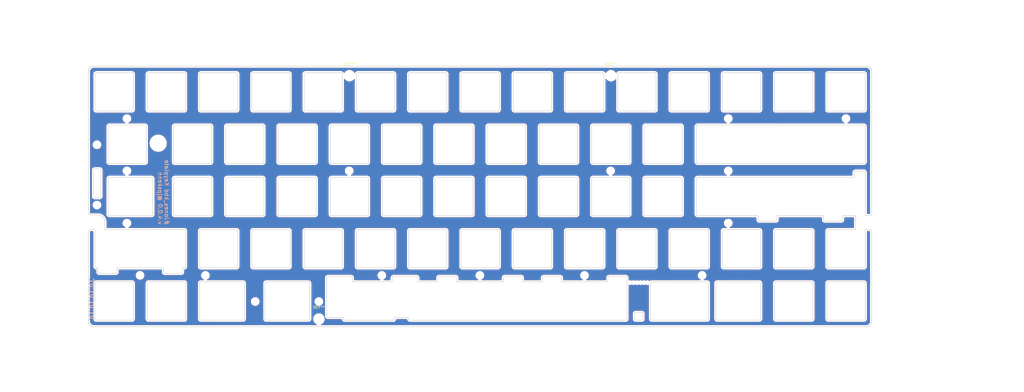
<source format=kicad_pcb>
(kicad_pcb (version 20171130) (host pcbnew "(5.1.10-1-10_14)")
  (layers (0 F.Cu signal) (31 B.Cu signal) (34 B.Paste user) (35 F.Paste user) (36 B.SilkS user) (37 F.SilkS user) (38 B.Mask user) (39 F.Mask user) (44 Edge.Cuts user))
  (net 0 "")
  (module MountingHole:MountingHole_3.2mm_M3 (layer F.Cu) (at 124.25 92.45)
    (fp_text reference REF** (at 0 -4.2) (layer F.SilkS))
    (fp_text value MountingHole_3.2mm_M3)
    (pad 1 np_thru_hole circle (at 0 0) (size 3.2 3.2) (drill 3.2) (layers *.Cu *.Mask))
  )
  (module MountingHole:MountingHole_3.2mm_M3 (layer F.Cu) (at 230.65 3.8)
    (fp_text reference REF** (at 0 -4.2) (layer F.SilkS))
    (fp_text value MountingHole_3.2mm_M3)
    (pad 1 np_thru_hole circle (at 0 0) (size 3.2 3.2) (drill 3.2) (layers *.Cu *.Mask))
  )
  (module MountingHole:MountingHole_3.2mm_M3 (layer F.Cu) (at 135.35 3.8)
    (fp_text reference REF** (at 0 -4.2) (layer F.SilkS))
    (fp_text value MountingHole_3.2mm_M3)
    (pad 1 np_thru_hole circle (at 0 0) (size 3.2 3.2) (drill 3.2) (layers *.Cu *.Mask))
  )
  (module locallib:breakaway-mousebites+1 (layer F.Cu) (at 240.175 78.921 180)
    (fp_text reference REF**)
    (fp_text value breakaway-mousebites+1)
    (pad "" np_thru_hole circle (at -3.79 -0.254 180) (size 0.7874 0.7874) (drill 0.7874) (layers *.Cu *.Mask))
    (pad "" np_thru_hole circle (at -2.54 -0.254 180) (size 0.7874 0.7874) (drill 0.7874) (layers *.Cu *.Mask))
    (pad "" np_thru_hole circle (at -1.27 -0.254 180) (size 0.7874 0.7874) (drill 0.7874) (layers *.Cu *.Mask))
    (pad "" np_thru_hole circle (at 2.54 -0.254 180) (size 0.7874 0.7874) (drill 0.7874) (layers *.Cu *.Mask))
    (pad "" np_thru_hole circle (at 1.27 -0.254 180) (size 0.7874 0.7874) (drill 0.7874) (layers *.Cu *.Mask))
    (pad "" np_thru_hole circle (at 0 -0.254 180) (size 0.7874 0.7874) (drill 0.7874) (layers *.Cu *.Mask))
  )
  (module MountingHole:MountingHole_2.2mm_M2 (layer F.Cu) (at 147.18 76.57)
    (fp_text reference REF** hide)
    (fp_text value MountingHole_2.2mm_M2)
    (pad 1 np_thru_hole circle (at 0 0) (size 2.2 2.2) (drill 2.2) (layers *.Cu *.Mask))
  )
  (module MountingHole:MountingHole_2.2mm_M2 (layer F.Cu) (at 43.38 50.92)
    (fp_text reference REF** hide)
    (fp_text value MountingHole_2.2mm_M2)
    (pad 1 np_thru_hole circle (at 0 0) (size 2.2 2.2) (drill 2.2) (layers *.Cu *.Mask))
  )
  (module MountingHole:MountingHole_2.2mm_M2 (layer F.Cu) (at 135.28 38.47)
    (fp_text reference REF** hide)
    (fp_text value MountingHole_2.2mm_M2)
    (pad 1 np_thru_hole circle (at 0 0) (size 2.2 2.2) (drill 2.2) (layers *.Cu *.Mask))
  )
  (module MountingHole:MountingHole_2.2mm_M2 (layer F.Cu) (at 54.3 19.42)
    (fp_text reference REF** hide)
    (fp_text value MountingHole_2.2mm_M2)
    (pad 1 np_thru_hole circle (at 0 0) (size 2.2 2.2) (drill 2.2) (layers *.Cu *.Mask))
  )
  (module MountingHole:MountingHole_2.2mm_M2 (layer F.Cu) (at 43.38 28.95)
    (fp_text reference REF** hide)
    (fp_text value MountingHole_2.2mm_M2)
    (pad 1 np_thru_hole circle (at 0 0) (size 2.2 2.2) (drill 2.2) (layers *.Cu *.Mask))
  )
  (module MountingHole:MountingHole_2.2mm_M2 (layer F.Cu) (at 54.3 38.48)
    (fp_text reference REF** hide)
    (fp_text value MountingHole_2.2mm_M2)
    (pad 1 np_thru_hole circle (at 0 0) (size 2.2 2.2) (drill 2.2) (layers *.Cu *.Mask))
  )
  (module MountingHole:MountingHole_2.2mm_M2 (layer F.Cu) (at 54.3 57.51)
    (fp_text reference REF** hide)
    (fp_text value MountingHole_2.2mm_M2)
    (pad 1 np_thru_hole circle (at 0 0) (size 2.2 2.2) (drill 2.2) (layers *.Cu *.Mask))
  )
  (module MountingHole:MountingHole_2.2mm_M2 (layer F.Cu) (at 59.07 76.56)
    (fp_text reference REF** hide)
    (fp_text value MountingHole_2.2mm_M2)
    (pad 1 np_thru_hole circle (at 0 0) (size 2.2 2.2) (drill 2.2) (layers *.Cu *.Mask))
  )
  (module MountingHole:MountingHole_2.2mm_M2 (layer F.Cu) (at 82.89 76.56)
    (fp_text reference REF** hide)
    (fp_text value MountingHole_2.2mm_M2)
    (pad 1 np_thru_hole circle (at 0 0) (size 2.2 2.2) (drill 2.2) (layers *.Cu *.Mask))
  )
  (module MountingHole:MountingHole_2.2mm_M2 (layer F.Cu) (at 101.03 86.08)
    (fp_text reference REF** hide)
    (fp_text value MountingHole_2.2mm_M2)
    (pad 1 np_thru_hole circle (at 0 0) (size 2.2 2.2) (drill 2.2) (layers *.Cu *.Mask))
  )
  (module MountingHole:MountingHole_2.2mm_M2 (layer F.Cu) (at 124.23 86.08)
    (fp_text reference REF** hide)
    (fp_text value MountingHole_2.2mm_M2)
    (pad 1 np_thru_hole circle (at 0 0) (size 2.2 2.2) (drill 2.2) (layers *.Cu *.Mask))
  )
  (module MountingHole:MountingHole_2.2mm_M2 (layer F.Cu) (at 230.52 38.47)
    (fp_text reference REF** hide)
    (fp_text value MountingHole_2.2mm_M2)
    (pad 1 np_thru_hole circle (at 0 0) (size 2.2 2.2) (drill 2.2) (layers *.Cu *.Mask))
  )
  (module MountingHole:MountingHole_2.2mm_M2 (layer F.Cu) (at 182.9 76.57)
    (fp_text reference REF** hide)
    (fp_text value MountingHole_2.2mm_M2)
    (pad 1 np_thru_hole circle (at 0 0) (size 2.2 2.2) (drill 2.2) (layers *.Cu *.Mask))
  )
  (module MountingHole:MountingHole_2.2mm_M2 (layer F.Cu) (at 221.01 76.57)
    (fp_text reference REF** hide)
    (fp_text value MountingHole_2.2mm_M2)
    (pad 1 np_thru_hole circle (at 0 0) (size 2.2 2.2) (drill 2.2) (layers *.Cu *.Mask))
  )
  (module MountingHole:MountingHole_2.2mm_M2 (layer F.Cu) (at 263.86 76.56)
    (fp_text reference REF** hide)
    (fp_text value MountingHole_2.2mm_M2)
    (pad 1 np_thru_hole circle (at 0 0) (size 2.2 2.2) (drill 2.2) (layers *.Cu *.Mask))
  )
  (module MountingHole:MountingHole_2.2mm_M2 (layer F.Cu) (at 273.39 57.49)
    (fp_text reference REF** hide)
    (fp_text value MountingHole_2.2mm_M2)
    (pad 1 np_thru_hole circle (at 0 0) (size 2.2 2.2) (drill 2.2) (layers *.Cu *.Mask))
  )
  (module MountingHole:MountingHole_2.2mm_M2 (layer F.Cu) (at 273.4 38.475)
    (fp_text reference REF** hide)
    (fp_text value MountingHole_2.2mm_M2)
    (pad 1 np_thru_hole circle (at 0 0) (size 2.2 2.2) (drill 2.2) (layers *.Cu *.Mask))
  )
  (module MountingHole:MountingHole_2.2mm_M2 (layer F.Cu) (at 273.4 19.425)
    (fp_text reference REF** hide)
    (fp_text value MountingHole_2.2mm_M2)
    (pad 1 np_thru_hole circle (at 0 0) (size 2.2 2.2) (drill 2.2) (layers *.Cu *.Mask))
  )
  (module MountingHole:MountingHole_2.2mm_M2 (layer F.Cu) (at 316.275 19.425)
    (fp_text reference REF** hide)
    (fp_text value MountingHole_2.2mm_M2)
    (pad 1 np_thru_hole circle (at 0 0) (size 2.2 2.2) (drill 2.2) (layers *.Cu *.Mask))
  )
  (module MountingHole:MountingHole_5.3mm_M5 (layer F.Cu) (at 65.675 28.4)
    (fp_text reference REF** hide)
    (fp_text value MountingHole_5.3mm_M5)
    (pad 1 np_thru_hole circle (at 0 0) (size 5.3 5.3) (drill 5.3) (layers *.Cu *.Mask))
  )
  (gr_line (start 325.652721 60.389357) (end 325.652721 93.264281) (layer Edge.Cuts) (width 0.2))
  (gr_line (start 323.324747 59.850669) (end 325.114039 59.850669) (layer Edge.Cuts) (width 0.2))
  (gr_line (start 325.125666 54.795375) (end 323.324747 54.795375) (layer Edge.Cuts) (width 0.2))
  (gr_line (start 325.652721 2.337804) (end 325.652721 54.267975) (layer Edge.Cuts) (width 0.2))
  (gr_line (start 315.094111 54.800667) (end 319.78675 54.800667) (layer Edge.Cuts) (width 0.2))
  (gr_line (start 315.094111 56.300674) (end 315.094111 54.800667) (layer Edge.Cuts) (width 0.2))
  (gr_curve (pts (xy 233.624869 2.695168) (xy 233.35077 2.695168) (xy 233.124987 2.920945) (xy 233.124987 3.195405)) (layer Edge.Cuts) (width 0.2))
  (gr_line (start 246.625055 2.695168) (end 233.624869 2.695168) (layer Edge.Cuts) (width 0.2))
  (gr_curve (pts (xy 247.124937 3.195405) (xy 247.124937 2.920945) (xy 246.899155 2.695168) (xy 246.625055 2.695168)) (layer Edge.Cuts) (width 0.2))
  (gr_line (start 247.124937 16.195233) (end 247.124937 3.195405) (layer Edge.Cuts) (width 0.2))
  (gr_curve (pts (xy 94.225436 16.695472) (xy 94.499541 16.695472) (xy 94.725318 16.469693) (xy 94.725318 16.195233)) (layer Edge.Cuts) (width 0.2))
  (gr_line (start 81.225256 16.695472) (end 94.225436 16.695472) (layer Edge.Cuts) (width 0.2))
  (gr_curve (pts (xy 80.725368 16.195233) (xy 80.725368 16.469693) (xy 80.951145 16.695472) (xy 81.225256 16.695472)) (layer Edge.Cuts) (width 0.2))
  (gr_line (start 80.725368 3.195405) (end 80.725368 16.195233) (layer Edge.Cuts) (width 0.2))
  (gr_curve (pts (xy 81.225256 2.695168) (xy 80.951145 2.695168) (xy 80.725368 2.920945) (xy 80.725368 3.195405)) (layer Edge.Cuts) (width 0.2))
  (gr_line (start 94.225436 2.695168) (end 81.225256 2.695168) (layer Edge.Cuts) (width 0.2))
  (gr_curve (pts (xy 94.725318 3.195405) (xy 94.725318 2.920945) (xy 94.499541 2.695168) (xy 94.225436 2.695168)) (layer Edge.Cuts) (width 0.2))
  (gr_line (start 94.725318 16.195233) (end 94.725318 3.195405) (layer Edge.Cuts) (width 0.2))
  (gr_curve (pts (xy 56.12553 16.695472) (xy 56.399638 16.695472) (xy 56.625415 16.469693) (xy 56.625415 16.195233)) (layer Edge.Cuts) (width 0.2))
  (gr_line (start 43.125348 16.695472) (end 56.12553 16.695472) (layer Edge.Cuts) (width 0.2))
  (gr_curve (pts (xy 42.625463 16.195233) (xy 42.625463 16.469693) (xy 42.851241 16.695472) (xy 43.125348 16.695472)) (layer Edge.Cuts) (width 0.2))
  (gr_line (start 42.625463 3.195405) (end 42.625463 16.195233) (layer Edge.Cuts) (width 0.2))
  (gr_curve (pts (xy 43.125348 2.695168) (xy 42.851241 2.695168) (xy 42.625463 2.920945) (xy 42.625463 3.195405)) (layer Edge.Cuts) (width 0.2))
  (gr_line (start 56.12553 2.695168) (end 43.125348 2.695168) (layer Edge.Cuts) (width 0.2))
  (gr_curve (pts (xy 56.625415 3.195405) (xy 56.625415 2.920945) (xy 56.399638 2.695168) (xy 56.12553 2.695168)) (layer Edge.Cuts) (width 0.2))
  (gr_line (start 56.625415 16.195233) (end 56.625415 3.195405) (layer Edge.Cuts) (width 0.2))
  (gr_curve (pts (xy 61.675416 16.195233) (xy 61.675416 16.469693) (xy 61.901193 16.695472) (xy 62.175301 16.695472)) (layer Edge.Cuts) (width 0.2))
  (gr_line (start 61.675416 3.195405) (end 61.675416 16.195233) (layer Edge.Cuts) (width 0.2))
  (gr_curve (pts (xy 62.175301 2.695168) (xy 61.901193 2.695168) (xy 61.675416 2.920945) (xy 61.675416 3.195405)) (layer Edge.Cuts) (width 0.2))
  (gr_line (start 75.175481 2.695168) (end 62.175301 2.695168) (layer Edge.Cuts) (width 0.2))
  (gr_curve (pts (xy 75.675366 3.195405) (xy 75.675366 2.920945) (xy 75.449589 2.695168) (xy 75.175481 2.695168)) (layer Edge.Cuts) (width 0.2))
  (gr_line (start 75.675366 16.195233) (end 75.675366 3.195405) (layer Edge.Cuts) (width 0.2))
  (gr_curve (pts (xy 75.175481 16.695472) (xy 75.449589 16.695472) (xy 75.675366 16.469693) (xy 75.675366 16.195233)) (layer Edge.Cuts) (width 0.2))
  (gr_line (start 62.175301 16.695472) (end 75.175481 16.695472) (layer Edge.Cuts) (width 0.2))
  (gr_line (start 323.324747 16.289073) (end 323.324747 3.101566) (layer Edge.Cuts) (width 0.2))
  (gr_curve (pts (xy 322.918356 16.695472) (xy 323.142717 16.695472) (xy 323.324747 16.513438) (xy 323.324747 16.289073)) (layer Edge.Cuts) (width 0.2))
  (gr_line (start 309.731188 16.695472) (end 322.918356 16.695472) (layer Edge.Cuts) (width 0.2))
  (gr_curve (pts (xy 309.324797 16.289073) (xy 309.324797 16.513438) (xy 309.506482 16.695472) (xy 309.731188 16.695472)) (layer Edge.Cuts) (width 0.2))
  (gr_line (start 309.324797 3.101566) (end 309.324797 16.289073) (layer Edge.Cuts) (width 0.2))
  (gr_curve (pts (xy 309.731188 2.695168) (xy 309.506482 2.695168) (xy 309.324797 2.8772) (xy 309.324797 3.101566)) (layer Edge.Cuts) (width 0.2))
  (gr_line (start 322.918356 2.695168) (end 309.731188 2.695168) (layer Edge.Cuts) (width 0.2))
  (gr_curve (pts (xy 323.324747 3.101566) (xy 323.324747 2.8772) (xy 323.142717 2.695168) (xy 322.918356 2.695168)) (layer Edge.Cuts) (width 0.2))
  (gr_line (start 304.274795 16.289073) (end 304.274795 3.101566) (layer Edge.Cuts) (width 0.2))
  (gr_curve (pts (xy 303.868403 16.695472) (xy 304.092765 16.695472) (xy 304.274795 16.513438) (xy 304.274795 16.289073)) (layer Edge.Cuts) (width 0.2))
  (gr_line (start 290.681235 16.695472) (end 303.868403 16.695472) (layer Edge.Cuts) (width 0.2))
  (gr_curve (pts (xy 290.274844 16.289073) (xy 290.274844 16.513438) (xy 290.45653 16.695472) (xy 290.681235 16.695472)) (layer Edge.Cuts) (width 0.2))
  (gr_line (start 290.274844 3.101566) (end 290.274844 16.289073) (layer Edge.Cuts) (width 0.2))
  (gr_curve (pts (xy 290.681235 2.695168) (xy 290.45653 2.695168) (xy 290.274844 2.8772) (xy 290.274844 3.101566)) (layer Edge.Cuts) (width 0.2))
  (gr_line (start 303.868403 2.695168) (end 290.681235 2.695168) (layer Edge.Cuts) (width 0.2))
  (gr_curve (pts (xy 304.274795 3.101566) (xy 304.274795 2.8772) (xy 304.092765 2.695168) (xy 303.868403 2.695168)) (layer Edge.Cuts) (width 0.2))
  (gr_curve (pts (xy 256.150031 35.745423) (xy 256.424131 35.745423) (xy 256.649914 35.519646) (xy 256.649914 35.245185)) (layer Edge.Cuts) (width 0.2))
  (gr_line (start 243.149845 35.745423) (end 256.150031 35.745423) (layer Edge.Cuts) (width 0.2))
  (gr_curve (pts (xy 242.649963 35.245185) (xy 242.649963 35.519646) (xy 242.875746 35.745423) (xy 243.149845 35.745423)) (layer Edge.Cuts) (width 0.2))
  (gr_line (start 242.649963 22.245357) (end 242.649963 35.245185) (layer Edge.Cuts) (width 0.2))
  (gr_curve (pts (xy 243.149845 21.74512) (xy 242.875746 21.74512) (xy 242.649963 21.970897) (xy 242.649963 22.245357)) (layer Edge.Cuts) (width 0.2))
  (gr_line (start 256.150031 21.74512) (end 243.149845 21.74512) (layer Edge.Cuts) (width 0.2))
  (gr_curve (pts (xy 256.649914 22.245357) (xy 256.649914 21.970897) (xy 256.424131 21.74512) (xy 256.150031 21.74512)) (layer Edge.Cuts) (width 0.2))
  (gr_line (start 256.649914 35.245185) (end 256.649914 22.245357) (layer Edge.Cuts) (width 0.2))
  (gr_curve (pts (xy 122.800365 35.745423) (xy 123.07447 35.745423) (xy 123.300247 35.519646) (xy 123.300247 35.245185)) (layer Edge.Cuts) (width 0.2))
  (gr_line (start 109.800184 35.745423) (end 122.800365 35.745423) (layer Edge.Cuts) (width 0.2))
  (gr_curve (pts (xy 109.300297 35.245185) (xy 109.300297 35.519646) (xy 109.526074 35.745423) (xy 109.800184 35.745423)) (layer Edge.Cuts) (width 0.2))
  (gr_line (start 109.300297 22.245357) (end 109.300297 35.245185) (layer Edge.Cuts) (width 0.2))
  (gr_curve (pts (xy 109.800184 21.74512) (xy 109.526074 21.74512) (xy 109.300297 21.970897) (xy 109.300297 22.245357)) (layer Edge.Cuts) (width 0.2))
  (gr_line (start 122.800365 21.74512) (end 109.800184 21.74512) (layer Edge.Cuts) (width 0.2))
  (gr_curve (pts (xy 123.300247 22.245357) (xy 123.300247 21.970897) (xy 123.07447 21.74512) (xy 122.800365 21.74512)) (layer Edge.Cuts) (width 0.2))
  (gr_line (start 123.300247 35.245185) (end 123.300247 22.245357) (layer Edge.Cuts) (width 0.2))
  (gr_curve (pts (xy 71.200392 35.245185) (xy 71.200392 35.519646) (xy 71.426169 35.745423) (xy 71.700277 35.745423)) (layer Edge.Cuts) (width 0.2))
  (gr_line (start 71.200392 22.245357) (end 71.200392 35.245185) (layer Edge.Cuts) (width 0.2))
  (gr_curve (pts (xy 71.700277 21.74512) (xy 71.426169 21.74512) (xy 71.200392 21.970897) (xy 71.200392 22.245357)) (layer Edge.Cuts) (width 0.2))
  (gr_line (start 84.70046 21.74512) (end 71.700277 21.74512) (layer Edge.Cuts) (width 0.2))
  (gr_curve (pts (xy 85.200342 22.245357) (xy 85.200342 21.970897) (xy 84.974565 21.74512) (xy 84.70046 21.74512)) (layer Edge.Cuts) (width 0.2))
  (gr_line (start 85.200342 35.245185) (end 85.200342 22.245357) (layer Edge.Cuts) (width 0.2))
  (gr_curve (pts (xy 84.70046 35.745423) (xy 84.974565 35.745423) (xy 85.200342 35.519646) (xy 85.200342 35.245185)) (layer Edge.Cuts) (width 0.2))
  (gr_line (start 71.700277 35.745423) (end 84.70046 35.745423) (layer Edge.Cuts) (width 0.2))
  (gr_curve (pts (xy 103.750412 35.745423) (xy 104.024518 35.745423) (xy 104.250295 35.519646) (xy 104.250295 35.245185)) (layer Edge.Cuts) (width 0.2))
  (gr_line (start 90.750232 35.745423) (end 103.750412 35.745423) (layer Edge.Cuts) (width 0.2))
  (gr_curve (pts (xy 90.250344 35.245185) (xy 90.250344 35.519646) (xy 90.476121 35.745423) (xy 90.750232 35.745423)) (layer Edge.Cuts) (width 0.2))
  (gr_line (start 90.250344 22.245357) (end 90.250344 35.245185) (layer Edge.Cuts) (width 0.2))
  (gr_curve (pts (xy 90.750232 21.74512) (xy 90.476121 21.74512) (xy 90.250344 21.970897) (xy 90.250344 22.245357)) (layer Edge.Cuts) (width 0.2))
  (gr_line (start 103.750412 21.74512) (end 90.750232 21.74512) (layer Edge.Cuts) (width 0.2))
  (gr_curve (pts (xy 104.250295 22.245357) (xy 104.250295 21.970897) (xy 104.024518 21.74512) (xy 103.750412 21.74512)) (layer Edge.Cuts) (width 0.2))
  (gr_line (start 104.250295 35.245185) (end 104.250295 22.245357) (layer Edge.Cuts) (width 0.2))
  (gr_curve (pts (xy 218.050127 35.745423) (xy 218.324226 35.745423) (xy 218.550009 35.519646) (xy 218.550009 35.245185)) (layer Edge.Cuts) (width 0.2))
  (gr_line (start 205.049941 35.745423) (end 218.050127 35.745423) (layer Edge.Cuts) (width 0.2))
  (gr_curve (pts (xy 204.550059 35.245185) (xy 204.550059 35.519646) (xy 204.775841 35.745423) (xy 205.049941 35.745423)) (layer Edge.Cuts) (width 0.2))
  (gr_line (start 204.550059 22.245357) (end 204.550059 35.245185) (layer Edge.Cuts) (width 0.2))
  (gr_curve (pts (xy 205.049941 21.74512) (xy 204.775841 21.74512) (xy 204.550059 21.970897) (xy 204.550059 22.245357)) (layer Edge.Cuts) (width 0.2))
  (gr_line (start 218.050127 21.74512) (end 205.049941 21.74512) (layer Edge.Cuts) (width 0.2))
  (gr_curve (pts (xy 218.550009 22.245357) (xy 218.550009 21.970897) (xy 218.324226 21.74512) (xy 218.050127 21.74512)) (layer Edge.Cuts) (width 0.2))
  (gr_line (start 218.550009 35.245185) (end 218.550009 22.245357) (layer Edge.Cuts) (width 0.2))
  (gr_curve (pts (xy 237.100079 35.745423) (xy 237.374179 35.745423) (xy 237.599961 35.519646) (xy 237.599961 35.245185)) (layer Edge.Cuts) (width 0.2))
  (gr_line (start 224.099893 35.745423) (end 237.100079 35.745423) (layer Edge.Cuts) (width 0.2))
  (gr_curve (pts (xy 223.600011 35.245185) (xy 223.600011 35.519646) (xy 223.825793 35.745423) (xy 224.099893 35.745423)) (layer Edge.Cuts) (width 0.2))
  (gr_line (start 223.600011 22.245357) (end 223.600011 35.245185) (layer Edge.Cuts) (width 0.2))
  (gr_curve (pts (xy 224.099893 21.74512) (xy 223.825793 21.74512) (xy 223.600011 21.970897) (xy 223.600011 22.245357)) (layer Edge.Cuts) (width 0.2))
  (gr_line (start 237.100079 21.74512) (end 224.099893 21.74512) (layer Edge.Cuts) (width 0.2))
  (gr_curve (pts (xy 237.599961 22.245357) (xy 237.599961 21.970897) (xy 237.374179 21.74512) (xy 237.100079 21.74512)) (layer Edge.Cuts) (width 0.2))
  (gr_line (start 237.599961 35.245185) (end 237.599961 22.245357) (layer Edge.Cuts) (width 0.2))
  (gr_curve (pts (xy 141.850317 35.745423) (xy 142.124428 35.745423) (xy 142.350199 35.519646) (xy 142.350199 35.245185)) (layer Edge.Cuts) (width 0.2))
  (gr_line (start 128.850131 35.745423) (end 141.850317 35.745423) (layer Edge.Cuts) (width 0.2))
  (gr_curve (pts (xy 128.350249 35.245185) (xy 128.350249 35.519646) (xy 128.576031 35.745423) (xy 128.850131 35.745423)) (layer Edge.Cuts) (width 0.2))
  (gr_line (start 128.350249 22.245357) (end 128.350249 35.245185) (layer Edge.Cuts) (width 0.2))
  (gr_curve (pts (xy 128.850131 21.74512) (xy 128.576031 21.74512) (xy 128.350249 21.970897) (xy 128.350249 22.245357)) (layer Edge.Cuts) (width 0.2))
  (gr_line (start 141.850317 21.74512) (end 128.850131 21.74512) (layer Edge.Cuts) (width 0.2))
  (gr_curve (pts (xy 142.350199 22.245357) (xy 142.350199 21.970897) (xy 142.124428 21.74512) (xy 141.850317 21.74512)) (layer Edge.Cuts) (width 0.2))
  (gr_line (start 142.350199 35.245185) (end 142.350199 22.245357) (layer Edge.Cuts) (width 0.2))
  (gr_curve (pts (xy 61.387902 22.245357) (xy 61.387902 21.970897) (xy 61.162125 21.74512) (xy 60.888017 21.74512)) (layer Edge.Cuts) (width 0.2))
  (gr_line (start 61.387902 35.245185) (end 61.387902 22.245357) (layer Edge.Cuts) (width 0.2))
  (gr_curve (pts (xy 60.888017 35.745423) (xy 61.162125 35.745423) (xy 61.387902 35.519646) (xy 61.387902 35.245185)) (layer Edge.Cuts) (width 0.2))
  (gr_line (start 47.887836 35.745423) (end 60.888017 35.745423) (layer Edge.Cuts) (width 0.2))
  (gr_curve (pts (xy 47.387951 35.245185) (xy 47.387951 35.519646) (xy 47.613728 35.745423) (xy 47.887836 35.745423)) (layer Edge.Cuts) (width 0.2))
  (gr_line (start 47.387951 22.245357) (end 47.387951 35.245185) (layer Edge.Cuts) (width 0.2))
  (gr_curve (pts (xy 47.887836 21.74512) (xy 47.613728 21.74512) (xy 47.387951 21.970897) (xy 47.387951 22.245357)) (layer Edge.Cuts) (width 0.2))
  (gr_line (start 60.888017 21.74512) (end 47.887836 21.74512) (layer Edge.Cuts) (width 0.2))
  (gr_curve (pts (xy 179.950222 35.745423) (xy 180.224332 35.745423) (xy 180.450104 35.519646) (xy 180.450104 35.245185)) (layer Edge.Cuts) (width 0.2))
  (gr_line (start 166.950036 35.745423) (end 179.950222 35.745423) (layer Edge.Cuts) (width 0.2))
  (gr_curve (pts (xy 166.450154 35.245185) (xy 166.450154 35.519646) (xy 166.675936 35.745423) (xy 166.950036 35.745423)) (layer Edge.Cuts) (width 0.2))
  (gr_line (start 166.450154 22.245357) (end 166.450154 35.245185) (layer Edge.Cuts) (width 0.2))
  (gr_curve (pts (xy 166.950036 21.74512) (xy 166.675936 21.74512) (xy 166.450154 21.970897) (xy 166.450154 22.245357)) (layer Edge.Cuts) (width 0.2))
  (gr_line (start 179.950222 21.74512) (end 166.950036 21.74512) (layer Edge.Cuts) (width 0.2))
  (gr_curve (pts (xy 180.450104 22.245357) (xy 180.450104 21.970897) (xy 180.224332 21.74512) (xy 179.950222 21.74512)) (layer Edge.Cuts) (width 0.2))
  (gr_line (start 180.450104 35.245185) (end 180.450104 22.245357) (layer Edge.Cuts) (width 0.2))
  (gr_curve (pts (xy 160.90027 35.745423) (xy 161.17438 35.745423) (xy 161.400152 35.519646) (xy 161.400152 35.245185)) (layer Edge.Cuts) (width 0.2))
  (gr_line (start 147.900084 35.745423) (end 160.90027 35.745423) (layer Edge.Cuts) (width 0.2))
  (gr_curve (pts (xy 147.400201 35.245185) (xy 147.400201 35.519646) (xy 147.625984 35.745423) (xy 147.900084 35.745423)) (layer Edge.Cuts) (width 0.2))
  (gr_line (start 147.400201 22.245357) (end 147.400201 35.245185) (layer Edge.Cuts) (width 0.2))
  (gr_curve (pts (xy 147.900084 21.74512) (xy 147.625984 21.74512) (xy 147.400201 21.970897) (xy 147.400201 22.245357)) (layer Edge.Cuts) (width 0.2))
  (gr_line (start 160.90027 21.74512) (end 147.900084 21.74512) (layer Edge.Cuts) (width 0.2))
  (gr_curve (pts (xy 161.400152 22.245357) (xy 161.400152 21.970897) (xy 161.17438 21.74512) (xy 160.90027 21.74512)) (layer Edge.Cuts) (width 0.2))
  (gr_line (start 161.400152 35.245185) (end 161.400152 22.245357) (layer Edge.Cuts) (width 0.2))
  (gr_curve (pts (xy 199.000174 35.745423) (xy 199.274285 35.745423) (xy 199.500056 35.519646) (xy 199.500056 35.245185)) (layer Edge.Cuts) (width 0.2))
  (gr_line (start 185.999988 35.745423) (end 199.000174 35.745423) (layer Edge.Cuts) (width 0.2))
  (gr_curve (pts (xy 185.500106 35.245185) (xy 185.500106 35.519646) (xy 185.725889 35.745423) (xy 185.999988 35.745423)) (layer Edge.Cuts) (width 0.2))
  (gr_line (start 185.500106 22.245357) (end 185.500106 35.245185) (layer Edge.Cuts) (width 0.2))
  (gr_curve (pts (xy 185.999988 21.74512) (xy 185.725889 21.74512) (xy 185.500106 21.970897) (xy 185.500106 22.245357)) (layer Edge.Cuts) (width 0.2))
  (gr_line (start 199.000174 21.74512) (end 185.999988 21.74512) (layer Edge.Cuts) (width 0.2))
  (gr_curve (pts (xy 199.500056 22.245357) (xy 199.500056 21.970897) (xy 199.274285 21.74512) (xy 199.000174 21.74512)) (layer Edge.Cuts) (width 0.2))
  (gr_line (start 199.500056 35.245185) (end 199.500056 22.245357) (layer Edge.Cuts) (width 0.2))
  (gr_curve (pts (xy 261.699916 22.247473) (xy 261.699916 24.410702) (xy 261.699916 32.998704) (xy 261.699916 35.219081)) (layer Edge.Cuts) (width 0.2))
  (gr_curve (pts (xy 261.845255 21.896109) (xy 261.75213 21.989242) (xy 261.699916 22.115889) (xy 261.699916 22.247473)) (layer Edge.Cuts) (width 0.2))
  (gr_curve (pts (xy 262.196633 21.750764) (xy 262.06503 21.750764) (xy 261.938746 21.802976) (xy 261.845255 21.896109)) (layer Edge.Cuts) (width 0.2))
  (gr_curve (pts (xy 322.797347 21.755703) (xy 317.135993 21.75535) (xy 267.698178 21.751117) (xy 262.196633 21.750764)) (layer Edge.Cuts) (width 0.2))
  (gr_curve (pts (xy 323.324747 22.283458) (xy 323.324747 21.992063) (xy 323.088737 21.756055) (xy 322.797347 21.755703)) (layer Edge.Cuts) (width 0.2))
  (gr_curve (pts (xy 323.324747 35.206732) (xy 323.324747 32.978243) (xy 323.324747 24.491134) (xy 323.324747 22.283458)) (layer Edge.Cuts) (width 0.2))
  (gr_curve (pts (xy 322.786409 35.745423) (xy 323.083806 35.745423) (xy 323.324747 35.504124) (xy 323.324747 35.206732)) (layer Edge.Cuts) (width 0.2))
  (gr_curve (pts (xy 262.22626 35.745423) (xy 267.86787 35.745423) (xy 317.082357 35.745423) (xy 322.786409 35.745423)) (layer Edge.Cuts) (width 0.2))
  (gr_curve (pts (xy 261.699916 35.219081) (xy 261.699916 35.509768) (xy 261.935581 35.745423) (xy 262.22626 35.745423)) (layer Edge.Cuts) (width 0.2))
  (gr_curve (pts (xy 44.850428 47.775467) (xy 44.850428 45.995358) (xy 44.850428 39.977688) (xy 44.850428 38.197576)) (layer Edge.Cuts) (width 0.2))
  (gr_curve (pts (xy 44.350543 48.275355) (xy 44.626767 48.275355) (xy 44.850428 48.051338) (xy 44.850428 47.775467)) (layer Edge.Cuts) (width 0.2))
  (gr_curve (pts (xy 42.588069 48.275355) (xy 43.087602 48.275355) (xy 43.851011 48.275355) (xy 44.350543 48.275355)) (layer Edge.Cuts) (width 0.2))
  (gr_curve (pts (xy 42.088185 47.775467) (xy 42.088185 48.051338) (xy 42.311845 48.275355) (xy 42.588069 48.275355)) (layer Edge.Cuts) (width 0.2))
  (gr_curve (pts (xy 42.088185 38.197576) (xy 42.088185 39.977688) (xy 42.088185 45.995358) (xy 42.088185 47.775467)) (layer Edge.Cuts) (width 0.2))
  (gr_curve (pts (xy 42.588069 37.697692) (xy 42.311845 37.697692) (xy 42.088185 37.921703) (xy 42.088185 38.197576)) (layer Edge.Cuts) (width 0.2))
  (gr_curve (pts (xy 44.350543 37.697692) (xy 43.851011 37.697692) (xy 43.087602 37.697692) (xy 42.588069 37.697692)) (layer Edge.Cuts) (width 0.2))
  (gr_curve (pts (xy 44.850428 38.197576) (xy 44.850428 37.921703) (xy 44.626767 37.697692) (xy 44.350543 37.697692)) (layer Edge.Cuts) (width 0.2))
  (gr_curve (pts (xy 218.050127 54.795375) (xy 218.324226 54.795375) (xy 218.550009 54.569598) (xy 218.550009 54.295138)) (layer Edge.Cuts) (width 0.2))
  (gr_line (start 205.049941 54.795375) (end 218.050127 54.795375) (layer Edge.Cuts) (width 0.2))
  (gr_curve (pts (xy 204.550059 54.295138) (xy 204.550059 54.569598) (xy 204.775841 54.795375) (xy 205.049941 54.795375)) (layer Edge.Cuts) (width 0.2))
  (gr_line (start 204.550059 41.295307) (end 204.550059 54.295138) (layer Edge.Cuts) (width 0.2))
  (gr_curve (pts (xy 205.049941 40.79507) (xy 204.775841 40.79507) (xy 204.550059 41.020847) (xy 204.550059 41.295307)) (layer Edge.Cuts) (width 0.2))
  (gr_line (start 218.050127 40.79507) (end 205.049941 40.79507) (layer Edge.Cuts) (width 0.2))
  (gr_curve (pts (xy 218.550009 41.295307) (xy 218.550009 41.020847) (xy 218.324226 40.79507) (xy 218.050127 40.79507)) (layer Edge.Cuts) (width 0.2))
  (gr_line (start 218.550009 54.295138) (end 218.550009 41.295307) (layer Edge.Cuts) (width 0.2))
  (gr_curve (pts (xy 103.750412 54.795375) (xy 104.024518 54.795375) (xy 104.250295 54.569598) (xy 104.250295 54.295138)) (layer Edge.Cuts) (width 0.2))
  (gr_line (start 90.750232 54.795375) (end 103.750412 54.795375) (layer Edge.Cuts) (width 0.2))
  (gr_curve (pts (xy 90.250344 54.295138) (xy 90.250344 54.569598) (xy 90.476121 54.795375) (xy 90.750232 54.795375)) (layer Edge.Cuts) (width 0.2))
  (gr_line (start 90.250344 41.295307) (end 90.250344 54.295138) (layer Edge.Cuts) (width 0.2))
  (gr_curve (pts (xy 90.750232 40.79507) (xy 90.476121 40.79507) (xy 90.250344 41.020847) (xy 90.250344 41.295307)) (layer Edge.Cuts) (width 0.2))
  (gr_line (start 103.750412 40.79507) (end 90.750232 40.79507) (layer Edge.Cuts) (width 0.2))
  (gr_curve (pts (xy 104.250295 41.295307) (xy 104.250295 41.020847) (xy 104.024518 40.79507) (xy 103.750412 40.79507)) (layer Edge.Cuts) (width 0.2))
  (gr_line (start 104.250295 54.295138) (end 104.250295 41.295307) (layer Edge.Cuts) (width 0.2))
  (gr_curve (pts (xy 122.800365 54.795375) (xy 123.07447 54.795375) (xy 123.300247 54.569598) (xy 123.300247 54.295138)) (layer Edge.Cuts) (width 0.2))
  (gr_line (start 109.800184 54.795375) (end 122.800365 54.795375) (layer Edge.Cuts) (width 0.2))
  (gr_curve (pts (xy 109.300297 54.295138) (xy 109.300297 54.569598) (xy 109.526074 54.795375) (xy 109.800184 54.795375)) (layer Edge.Cuts) (width 0.2))
  (gr_line (start 109.300297 41.295307) (end 109.300297 54.295138) (layer Edge.Cuts) (width 0.2))
  (gr_curve (pts (xy 109.800184 40.79507) (xy 109.526074 40.79507) (xy 109.300297 41.020847) (xy 109.300297 41.295307)) (layer Edge.Cuts) (width 0.2))
  (gr_line (start 122.800365 40.79507) (end 109.800184 40.79507) (layer Edge.Cuts) (width 0.2))
  (gr_curve (pts (xy 123.300247 41.295307) (xy 123.300247 41.020847) (xy 123.07447 40.79507) (xy 122.800365 40.79507)) (layer Edge.Cuts) (width 0.2))
  (gr_line (start 123.300247 54.295138) (end 123.300247 41.295307) (layer Edge.Cuts) (width 0.2))
  (gr_curve (pts (xy 160.90027 54.795375) (xy 161.17438 54.795375) (xy 161.400152 54.569598) (xy 161.400152 54.295138)) (layer Edge.Cuts) (width 0.2))
  (gr_line (start 147.900084 54.795375) (end 160.90027 54.795375) (layer Edge.Cuts) (width 0.2))
  (gr_curve (pts (xy 147.400201 54.295138) (xy 147.400201 54.569598) (xy 147.625984 54.795375) (xy 147.900084 54.795375)) (layer Edge.Cuts) (width 0.2))
  (gr_line (start 147.400201 41.295307) (end 147.400201 54.295138) (layer Edge.Cuts) (width 0.2))
  (gr_curve (pts (xy 147.900084 40.79507) (xy 147.625984 40.79507) (xy 147.400201 41.020847) (xy 147.400201 41.295307)) (layer Edge.Cuts) (width 0.2))
  (gr_line (start 160.90027 40.79507) (end 147.900084 40.79507) (layer Edge.Cuts) (width 0.2))
  (gr_curve (pts (xy 161.400152 41.295307) (xy 161.400152 41.020847) (xy 161.17438 40.79507) (xy 160.90027 40.79507)) (layer Edge.Cuts) (width 0.2))
  (gr_line (start 161.400152 54.295138) (end 161.400152 41.295307) (layer Edge.Cuts) (width 0.2))
  (gr_curve (pts (xy 71.200392 54.295138) (xy 71.200392 54.569598) (xy 71.426169 54.795375) (xy 71.700277 54.795375)) (layer Edge.Cuts) (width 0.2))
  (gr_line (start 71.200392 41.295307) (end 71.200392 54.295138) (layer Edge.Cuts) (width 0.2))
  (gr_curve (pts (xy 71.700277 40.79507) (xy 71.426169 40.79507) (xy 71.200392 41.020847) (xy 71.200392 41.295307)) (layer Edge.Cuts) (width 0.2))
  (gr_line (start 84.70046 40.79507) (end 71.700277 40.79507) (layer Edge.Cuts) (width 0.2))
  (gr_curve (pts (xy 85.200342 41.295307) (xy 85.200342 41.020847) (xy 84.974565 40.79507) (xy 84.70046 40.79507)) (layer Edge.Cuts) (width 0.2))
  (gr_line (start 85.200342 54.295138) (end 85.200342 41.295307) (layer Edge.Cuts) (width 0.2))
  (gr_curve (pts (xy 84.70046 54.795375) (xy 84.974565 54.795375) (xy 85.200342 54.569598) (xy 85.200342 54.295138)) (layer Edge.Cuts) (width 0.2))
  (gr_line (start 71.700277 54.795375) (end 84.70046 54.795375) (layer Edge.Cuts) (width 0.2))
  (gr_curve (pts (xy 199.000174 54.795375) (xy 199.274285 54.795375) (xy 199.500056 54.569598) (xy 199.500056 54.295138)) (layer Edge.Cuts) (width 0.2))
  (gr_line (start 185.999988 54.795375) (end 199.000174 54.795375) (layer Edge.Cuts) (width 0.2))
  (gr_curve (pts (xy 185.500106 54.295138) (xy 185.500106 54.569598) (xy 185.725889 54.795375) (xy 185.999988 54.795375)) (layer Edge.Cuts) (width 0.2))
  (gr_line (start 185.500106 41.295307) (end 185.500106 54.295138) (layer Edge.Cuts) (width 0.2))
  (gr_curve (pts (xy 185.999988 40.79507) (xy 185.725889 40.79507) (xy 185.500106 41.020847) (xy 185.500106 41.295307)) (layer Edge.Cuts) (width 0.2))
  (gr_line (start 199.000174 40.79507) (end 185.999988 40.79507) (layer Edge.Cuts) (width 0.2))
  (gr_curve (pts (xy 199.500056 41.295307) (xy 199.500056 41.020847) (xy 199.274285 40.79507) (xy 199.000174 40.79507)) (layer Edge.Cuts) (width 0.2))
  (gr_line (start 199.500056 54.295138) (end 199.500056 41.295307) (layer Edge.Cuts) (width 0.2))
  (gr_curve (pts (xy 256.150031 54.795375) (xy 256.424131 54.795375) (xy 256.649914 54.569598) (xy 256.649914 54.295138)) (layer Edge.Cuts) (width 0.2))
  (gr_line (start 243.149845 54.795375) (end 256.150031 54.795375) (layer Edge.Cuts) (width 0.2))
  (gr_curve (pts (xy 242.649963 54.295138) (xy 242.649963 54.569598) (xy 242.875746 54.795375) (xy 243.149845 54.795375)) (layer Edge.Cuts) (width 0.2))
  (gr_line (start 242.649963 41.295307) (end 242.649963 54.295138) (layer Edge.Cuts) (width 0.2))
  (gr_curve (pts (xy 243.149845 40.79507) (xy 242.875746 40.79507) (xy 242.649963 41.020847) (xy 242.649963 41.295307)) (layer Edge.Cuts) (width 0.2))
  (gr_line (start 256.150031 40.79507) (end 243.149845 40.79507) (layer Edge.Cuts) (width 0.2))
  (gr_curve (pts (xy 256.649914 41.295307) (xy 256.649914 41.020847) (xy 256.424131 40.79507) (xy 256.150031 40.79507)) (layer Edge.Cuts) (width 0.2))
  (gr_line (start 256.649914 54.295138) (end 256.649914 41.295307) (layer Edge.Cuts) (width 0.2))
  (gr_curve (pts (xy 63.769146 41.295307) (xy 63.769146 41.020847) (xy 63.543369 40.79507) (xy 63.269261 40.79507)) (layer Edge.Cuts) (width 0.2))
  (gr_line (start 63.769146 54.295138) (end 63.769146 41.295307) (layer Edge.Cuts) (width 0.2))
  (gr_curve (pts (xy 63.269261 54.795375) (xy 63.543369 54.795375) (xy 63.769146 54.569598) (xy 63.769146 54.295138)) (layer Edge.Cuts) (width 0.2))
  (gr_line (start 47.887836 54.795375) (end 63.269261 54.795375) (layer Edge.Cuts) (width 0.2))
  (gr_curve (pts (xy 47.387951 54.295138) (xy 47.387951 54.569598) (xy 47.613728 54.795375) (xy 47.887836 54.795375)) (layer Edge.Cuts) (width 0.2))
  (gr_line (start 47.387951 41.295307) (end 47.387951 54.295138) (layer Edge.Cuts) (width 0.2))
  (gr_curve (pts (xy 47.887836 40.79507) (xy 47.613728 40.79507) (xy 47.387951 41.020847) (xy 47.387951 41.295307)) (layer Edge.Cuts) (width 0.2))
  (gr_line (start 63.269261 40.79507) (end 47.887836 40.79507) (layer Edge.Cuts) (width 0.2))
  (gr_curve (pts (xy 141.850317 54.795375) (xy 142.124428 54.795375) (xy 142.350199 54.569598) (xy 142.350199 54.295138)) (layer Edge.Cuts) (width 0.2))
  (gr_line (start 128.850131 54.795375) (end 141.850317 54.795375) (layer Edge.Cuts) (width 0.2))
  (gr_curve (pts (xy 128.350249 54.295138) (xy 128.350249 54.569598) (xy 128.576031 54.795375) (xy 128.850131 54.795375)) (layer Edge.Cuts) (width 0.2))
  (gr_line (start 128.350249 41.295307) (end 128.350249 54.295138) (layer Edge.Cuts) (width 0.2))
  (gr_curve (pts (xy 128.850131 40.79507) (xy 128.576031 40.79507) (xy 128.350249 41.020847) (xy 128.350249 41.295307)) (layer Edge.Cuts) (width 0.2))
  (gr_line (start 141.850317 40.79507) (end 128.850131 40.79507) (layer Edge.Cuts) (width 0.2))
  (gr_curve (pts (xy 142.350199 41.295307) (xy 142.350199 41.020847) (xy 142.124428 40.79507) (xy 141.850317 40.79507)) (layer Edge.Cuts) (width 0.2))
  (gr_line (start 142.350199 54.295138) (end 142.350199 41.295307) (layer Edge.Cuts) (width 0.2))
  (gr_curve (pts (xy 237.100079 54.795375) (xy 237.374179 54.795375) (xy 237.599961 54.569598) (xy 237.599961 54.295138)) (layer Edge.Cuts) (width 0.2))
  (gr_line (start 224.099893 54.795375) (end 237.100079 54.795375) (layer Edge.Cuts) (width 0.2))
  (gr_curve (pts (xy 223.600011 54.295138) (xy 223.600011 54.569598) (xy 223.825793 54.795375) (xy 224.099893 54.795375)) (layer Edge.Cuts) (width 0.2))
  (gr_line (start 223.600011 41.295307) (end 223.600011 54.295138) (layer Edge.Cuts) (width 0.2))
  (gr_curve (pts (xy 224.099893 40.79507) (xy 223.825793 40.79507) (xy 223.600011 41.020847) (xy 223.600011 41.295307)) (layer Edge.Cuts) (width 0.2))
  (gr_line (start 237.100079 40.79507) (end 224.099893 40.79507) (layer Edge.Cuts) (width 0.2))
  (gr_curve (pts (xy 237.599961 41.295307) (xy 237.599961 41.020847) (xy 237.374179 40.79507) (xy 237.100079 40.79507)) (layer Edge.Cuts) (width 0.2))
  (gr_line (start 237.599961 54.295138) (end 237.599961 41.295307) (layer Edge.Cuts) (width 0.2))
  (gr_curve (pts (xy 179.950222 54.795375) (xy 180.224332 54.795375) (xy 180.450104 54.569598) (xy 180.450104 54.295138)) (layer Edge.Cuts) (width 0.2))
  (gr_line (start 166.950036 54.795375) (end 179.950222 54.795375) (layer Edge.Cuts) (width 0.2))
  (gr_curve (pts (xy 166.450154 54.295138) (xy 166.450154 54.569598) (xy 166.675936 54.795375) (xy 166.950036 54.795375)) (layer Edge.Cuts) (width 0.2))
  (gr_line (start 166.450154 41.295307) (end 166.450154 54.295138) (layer Edge.Cuts) (width 0.2))
  (gr_curve (pts (xy 166.950036 40.79507) (xy 166.675936 40.79507) (xy 166.450154 41.020847) (xy 166.450154 41.295307)) (layer Edge.Cuts) (width 0.2))
  (gr_line (start 179.950222 40.79507) (end 166.950036 40.79507) (layer Edge.Cuts) (width 0.2))
  (gr_curve (pts (xy 180.450104 41.295307) (xy 180.450104 41.020847) (xy 180.224332 40.79507) (xy 179.950222 40.79507)) (layer Edge.Cuts) (width 0.2))
  (gr_line (start 180.450104 54.295138) (end 180.450104 41.295307) (layer Edge.Cuts) (width 0.2))
  (gr_curve (pts (xy 94.225436 73.845328) (xy 94.499541 73.845328) (xy 94.725318 73.619551) (xy 94.725318 73.34509)) (layer Edge.Cuts) (width 0.2))
  (gr_line (start 81.225256 73.845328) (end 94.225436 73.845328) (layer Edge.Cuts) (width 0.2))
  (gr_curve (pts (xy 80.725368 73.34509) (xy 80.725368 73.619551) (xy 80.951145 73.845328) (xy 81.225256 73.845328)) (layer Edge.Cuts) (width 0.2))
  (gr_line (start 80.725368 60.345259) (end 80.725368 73.34509) (layer Edge.Cuts) (width 0.2))
  (gr_curve (pts (xy 81.225256 59.845022) (xy 80.951145 59.845022) (xy 80.725368 60.070799) (xy 80.725368 60.345259)) (layer Edge.Cuts) (width 0.2))
  (gr_line (start 94.225436 59.845022) (end 81.225256 59.845022) (layer Edge.Cuts) (width 0.2))
  (gr_curve (pts (xy 94.725318 60.345259) (xy 94.725318 60.070799) (xy 94.499541 59.845022) (xy 94.225436 59.845022)) (layer Edge.Cuts) (width 0.2))
  (gr_line (start 94.725318 73.34509) (end 94.725318 60.345259) (layer Edge.Cuts) (width 0.2))
  (gr_curve (pts (xy 113.275389 73.845328) (xy 113.549494 73.845328) (xy 113.775271 73.619551) (xy 113.775271 73.34509)) (layer Edge.Cuts) (width 0.2))
  (gr_line (start 100.275208 73.845328) (end 113.275389 73.845328) (layer Edge.Cuts) (width 0.2))
  (gr_curve (pts (xy 99.775321 73.34509) (xy 99.775321 73.619551) (xy 100.001097 73.845328) (xy 100.275208 73.845328)) (layer Edge.Cuts) (width 0.2))
  (gr_line (start 99.775321 60.345259) (end 99.775321 73.34509) (layer Edge.Cuts) (width 0.2))
  (gr_curve (pts (xy 100.275208 59.845022) (xy 100.001097 59.845022) (xy 99.775321 60.070799) (xy 99.775321 60.345259)) (layer Edge.Cuts) (width 0.2))
  (gr_line (start 113.275389 59.845022) (end 100.275208 59.845022) (layer Edge.Cuts) (width 0.2))
  (gr_curve (pts (xy 113.775271 60.345259) (xy 113.775271 60.070799) (xy 113.549494 59.845022) (xy 113.275389 59.845022)) (layer Edge.Cuts) (width 0.2))
  (gr_line (start 113.775271 73.34509) (end 113.775271 60.345259) (layer Edge.Cuts) (width 0.2))
  (gr_curve (pts (xy 246.625055 73.845328) (xy 246.899155 73.845328) (xy 247.124937 73.619551) (xy 247.124937 73.34509)) (layer Edge.Cuts) (width 0.2))
  (gr_line (start 233.624869 73.845328) (end 246.625055 73.845328) (layer Edge.Cuts) (width 0.2))
  (gr_curve (pts (xy 233.124987 73.34509) (xy 233.124987 73.619551) (xy 233.35077 73.845328) (xy 233.624869 73.845328)) (layer Edge.Cuts) (width 0.2))
  (gr_line (start 233.124987 60.345259) (end 233.124987 73.34509) (layer Edge.Cuts) (width 0.2))
  (gr_curve (pts (xy 233.624869 59.845022) (xy 233.35077 59.845022) (xy 233.124987 60.070799) (xy 233.124987 60.345259)) (layer Edge.Cuts) (width 0.2))
  (gr_line (start 246.625055 59.845022) (end 233.624869 59.845022) (layer Edge.Cuts) (width 0.2))
  (gr_curve (pts (xy 247.124937 60.345259) (xy 247.124937 60.070799) (xy 246.899155 59.845022) (xy 246.625055 59.845022)) (layer Edge.Cuts) (width 0.2))
  (gr_line (start 247.124937 73.34509) (end 247.124937 60.345259) (layer Edge.Cuts) (width 0.2))
  (gr_curve (pts (xy 208.525151 73.845328) (xy 208.799261 73.845328) (xy 209.025033 73.619551) (xy 209.025033 73.34509)) (layer Edge.Cuts) (width 0.2))
  (gr_line (start 195.524964 73.845328) (end 208.525151 73.845328) (layer Edge.Cuts) (width 0.2))
  (gr_curve (pts (xy 195.025082 73.34509) (xy 195.025082 73.619551) (xy 195.250865 73.845328) (xy 195.524964 73.845328)) (layer Edge.Cuts) (width 0.2))
  (gr_line (start 195.025082 60.345259) (end 195.025082 73.34509) (layer Edge.Cuts) (width 0.2))
  (gr_curve (pts (xy 195.524964 59.845022) (xy 195.250865 59.845022) (xy 195.025082 60.070799) (xy 195.025082 60.345259)) (layer Edge.Cuts) (width 0.2))
  (gr_line (start 208.525151 59.845022) (end 195.524964 59.845022) (layer Edge.Cuts) (width 0.2))
  (gr_curve (pts (xy 209.025033 60.345259) (xy 209.025033 60.070799) (xy 208.799261 59.845022) (xy 208.525151 59.845022)) (layer Edge.Cuts) (width 0.2))
  (gr_line (start 209.025033 73.34509) (end 209.025033 60.345259) (layer Edge.Cuts) (width 0.2))
  (gr_curve (pts (xy 265.675008 73.845328) (xy 265.949107 73.845328) (xy 266.17489 73.619551) (xy 266.17489 73.34509)) (layer Edge.Cuts) (width 0.2))
  (gr_line (start 252.674822 73.845328) (end 265.675008 73.845328) (layer Edge.Cuts) (width 0.2))
  (gr_curve (pts (xy 252.17494 73.34509) (xy 252.17494 73.619551) (xy 252.400722 73.845328) (xy 252.674822 73.845328)) (layer Edge.Cuts) (width 0.2))
  (gr_line (start 252.17494 60.345259) (end 252.17494 73.34509) (layer Edge.Cuts) (width 0.2))
  (gr_curve (pts (xy 252.674822 59.845022) (xy 252.400722 59.845022) (xy 252.17494 60.070799) (xy 252.17494 60.345259)) (layer Edge.Cuts) (width 0.2))
  (gr_line (start 265.675008 59.845022) (end 252.674822 59.845022) (layer Edge.Cuts) (width 0.2))
  (gr_curve (pts (xy 266.17489 60.345259) (xy 266.17489 60.070799) (xy 265.949107 59.845022) (xy 265.675008 59.845022)) (layer Edge.Cuts) (width 0.2))
  (gr_line (start 266.17489 73.34509) (end 266.17489 60.345259) (layer Edge.Cuts) (width 0.2))
  (gr_curve (pts (xy 189.475198 73.845328) (xy 189.749309 73.845328) (xy 189.97508 73.619551) (xy 189.97508 73.34509)) (layer Edge.Cuts) (width 0.2))
  (gr_line (start 176.475012 73.845328) (end 189.475198 73.845328) (layer Edge.Cuts) (width 0.2))
  (gr_curve (pts (xy 175.97513 73.34509) (xy 175.97513 73.619551) (xy 176.200912 73.845328) (xy 176.475012 73.845328)) (layer Edge.Cuts) (width 0.2))
  (gr_line (start 175.97513 60.345259) (end 175.97513 73.34509) (layer Edge.Cuts) (width 0.2))
  (gr_curve (pts (xy 176.475012 59.845022) (xy 176.200912 59.845022) (xy 175.97513 60.070799) (xy 175.97513 60.345259)) (layer Edge.Cuts) (width 0.2))
  (gr_line (start 189.475198 59.845022) (end 176.475012 59.845022) (layer Edge.Cuts) (width 0.2))
  (gr_curve (pts (xy 189.97508 60.345259) (xy 189.97508 60.070799) (xy 189.749309 59.845022) (xy 189.475198 59.845022)) (layer Edge.Cuts) (width 0.2))
  (gr_line (start 189.97508 73.34509) (end 189.97508 60.345259) (layer Edge.Cuts) (width 0.2))
  (gr_curve (pts (xy 170.425246 73.845328) (xy 170.699356 73.845328) (xy 170.925128 73.619551) (xy 170.925128 73.34509)) (layer Edge.Cuts) (width 0.2))
  (gr_line (start 157.42506 73.845328) (end 170.425246 73.845328) (layer Edge.Cuts) (width 0.2))
  (gr_curve (pts (xy 156.925178 73.34509) (xy 156.925178 73.619551) (xy 157.15096 73.845328) (xy 157.42506 73.845328)) (layer Edge.Cuts) (width 0.2))
  (gr_line (start 156.925178 60.345259) (end 156.925178 73.34509) (layer Edge.Cuts) (width 0.2))
  (gr_curve (pts (xy 157.42506 59.845022) (xy 157.15096 59.845022) (xy 156.925178 60.070799) (xy 156.925178 60.345259)) (layer Edge.Cuts) (width 0.2))
  (gr_line (start 170.425246 59.845022) (end 157.42506 59.845022) (layer Edge.Cuts) (width 0.2))
  (gr_curve (pts (xy 170.925128 60.345259) (xy 170.925128 60.070799) (xy 170.699356 59.845022) (xy 170.425246 59.845022)) (layer Edge.Cuts) (width 0.2))
  (gr_line (start 170.925128 73.34509) (end 170.925128 60.345259) (layer Edge.Cuts) (width 0.2))
  (gr_curve (pts (xy 151.375293 73.845328) (xy 151.649404 73.845328) (xy 151.875176 73.619551) (xy 151.875176 73.34509)) (layer Edge.Cuts) (width 0.2))
  (gr_line (start 138.375107 73.845328) (end 151.375293 73.845328) (layer Edge.Cuts) (width 0.2))
  (gr_curve (pts (xy 137.875225 73.34509) (xy 137.875225 73.619551) (xy 138.101008 73.845328) (xy 138.375107 73.845328)) (layer Edge.Cuts) (width 0.2))
  (gr_line (start 137.875225 60.345259) (end 137.875225 73.34509) (layer Edge.Cuts) (width 0.2))
  (gr_curve (pts (xy 138.375107 59.845022) (xy 138.101008 59.845022) (xy 137.875225 60.070799) (xy 137.875225 60.345259)) (layer Edge.Cuts) (width 0.2))
  (gr_line (start 151.375293 59.845022) (end 138.375107 59.845022) (layer Edge.Cuts) (width 0.2))
  (gr_curve (pts (xy 151.875176 60.345259) (xy 151.875176 60.070799) (xy 151.649404 59.845022) (xy 151.375293 59.845022)) (layer Edge.Cuts) (width 0.2))
  (gr_line (start 151.875176 73.34509) (end 151.875176 60.345259) (layer Edge.Cuts) (width 0.2))
  (gr_curve (pts (xy 227.575103 73.845328) (xy 227.849203 73.845328) (xy 228.074985 73.619551) (xy 228.074985 73.34509)) (layer Edge.Cuts) (width 0.2))
  (gr_line (start 214.574917 73.845328) (end 227.575103 73.845328) (layer Edge.Cuts) (width 0.2))
  (gr_curve (pts (xy 214.075035 73.34509) (xy 214.075035 73.619551) (xy 214.300817 73.845328) (xy 214.574917 73.845328)) (layer Edge.Cuts) (width 0.2))
  (gr_line (start 214.075035 60.345259) (end 214.075035 73.34509) (layer Edge.Cuts) (width 0.2))
  (gr_curve (pts (xy 214.574917 59.845022) (xy 214.300817 59.845022) (xy 214.075035 60.070799) (xy 214.075035 60.345259)) (layer Edge.Cuts) (width 0.2))
  (gr_line (start 227.575103 59.845022) (end 214.574917 59.845022) (layer Edge.Cuts) (width 0.2))
  (gr_curve (pts (xy 228.074985 60.345259) (xy 228.074985 60.070799) (xy 227.849203 59.845022) (xy 227.575103 59.845022)) (layer Edge.Cuts) (width 0.2))
  (gr_line (start 228.074985 73.34509) (end 228.074985 60.345259) (layer Edge.Cuts) (width 0.2))
  (gr_curve (pts (xy 132.325341 73.845328) (xy 132.599452 73.845328) (xy 132.825223 73.619551) (xy 132.825223 73.34509)) (layer Edge.Cuts) (width 0.2))
  (gr_line (start 119.32516 73.845328) (end 132.325341 73.845328) (layer Edge.Cuts) (width 0.2))
  (gr_curve (pts (xy 118.825273 73.34509) (xy 118.825273 73.619551) (xy 119.05105 73.845328) (xy 119.32516 73.845328)) (layer Edge.Cuts) (width 0.2))
  (gr_line (start 118.825273 60.345259) (end 118.825273 73.34509) (layer Edge.Cuts) (width 0.2))
  (gr_curve (pts (xy 119.32516 59.845022) (xy 119.05105 59.845022) (xy 118.825273 60.070799) (xy 118.825273 60.345259)) (layer Edge.Cuts) (width 0.2))
  (gr_line (start 132.325341 59.845022) (end 119.32516 59.845022) (layer Edge.Cuts) (width 0.2))
  (gr_curve (pts (xy 132.825223 60.345259) (xy 132.825223 60.070799) (xy 132.599452 59.845022) (xy 132.325341 59.845022)) (layer Edge.Cuts) (width 0.2))
  (gr_line (start 132.825223 73.34509) (end 132.825223 60.345259) (layer Edge.Cuts) (width 0.2))
  (gr_curve (pts (xy 303.774912 73.850619) (xy 304.049012 73.850619) (xy 304.274795 73.624842) (xy 304.274795 73.350382)) (layer Edge.Cuts) (width 0.2))
  (gr_line (start 290.774726 73.850619) (end 303.774912 73.850619) (layer Edge.Cuts) (width 0.2))
  (gr_curve (pts (xy 290.274844 73.350382) (xy 290.274844 73.624842) (xy 290.500627 73.850619) (xy 290.774726 73.850619)) (layer Edge.Cuts) (width 0.2))
  (gr_line (start 290.274844 60.350556) (end 290.274844 73.350382) (layer Edge.Cuts) (width 0.2))
  (gr_curve (pts (xy 290.774726 59.850669) (xy 290.500627 59.850669) (xy 290.274844 60.076096) (xy 290.274844 60.350556)) (layer Edge.Cuts) (width 0.2))
  (gr_line (start 303.774912 59.850669) (end 290.774726 59.850669) (layer Edge.Cuts) (width 0.2))
  (gr_curve (pts (xy 304.274795 60.350556) (xy 304.274795 60.076096) (xy 304.049012 59.850669) (xy 303.774912 59.850669)) (layer Edge.Cuts) (width 0.2))
  (gr_line (start 304.274795 73.350382) (end 304.274795 60.350556) (layer Edge.Cuts) (width 0.2))
  (gr_curve (pts (xy 284.72496 73.850619) (xy 284.99906 73.850619) (xy 285.224842 73.624842) (xy 285.224842 73.350382)) (layer Edge.Cuts) (width 0.2))
  (gr_line (start 271.724774 73.850619) (end 284.72496 73.850619) (layer Edge.Cuts) (width 0.2))
  (gr_curve (pts (xy 271.224892 73.350382) (xy 271.224892 73.624842) (xy 271.450674 73.850619) (xy 271.724774 73.850619)) (layer Edge.Cuts) (width 0.2))
  (gr_line (start 271.224892 60.350556) (end 271.224892 73.350382) (layer Edge.Cuts) (width 0.2))
  (gr_curve (pts (xy 271.724774 59.850669) (xy 271.450674 59.850669) (xy 271.224892 60.076096) (xy 271.224892 60.350556)) (layer Edge.Cuts) (width 0.2))
  (gr_line (start 284.72496 59.850669) (end 271.724774 59.850669) (layer Edge.Cuts) (width 0.2))
  (gr_curve (pts (xy 285.224842 60.350556) (xy 285.224842 60.076096) (xy 284.99906 59.850669) (xy 284.72496 59.850669)) (layer Edge.Cuts) (width 0.2))
  (gr_line (start 285.224842 73.350382) (end 285.224842 60.350556) (layer Edge.Cuts) (width 0.2))
  (gr_curve (pts (xy 56.625415 79.395212) (xy 56.625415 79.120751) (xy 56.432446 78.894974) (xy 56.198201 78.894974)) (layer Edge.Cuts) (width 0.2))
  (gr_line (start 56.625415 92.395043) (end 56.625415 79.395212) (layer Edge.Cuts) (width 0.2))
  (gr_curve (pts (xy 56.198201 92.89528) (xy 56.432446 92.89528) (xy 56.625415 92.669508) (xy 56.625415 92.395043)) (layer Edge.Cuts) (width 0.2))
  (gr_line (start 43.052676 92.89528) (end 56.198201 92.89528) (layer Edge.Cuts) (width 0.2))
  (gr_curve (pts (xy 42.625463 92.395043) (xy 42.625463 92.669508) (xy 42.818433 92.89528) (xy 43.052676 92.89528)) (layer Edge.Cuts) (width 0.2))
  (gr_line (start 42.625463 79.395212) (end 42.625463 92.395043) (layer Edge.Cuts) (width 0.2))
  (gr_curve (pts (xy 43.052676 78.894974) (xy 42.818433 78.894974) (xy 42.625463 79.120751) (xy 42.625463 79.395212)) (layer Edge.Cuts) (width 0.2))
  (gr_line (start 56.198201 78.894974) (end 43.052676 78.894974) (layer Edge.Cuts) (width 0.2))
  (gr_curve (pts (xy 75.675366 79.395212) (xy 75.675366 79.120751) (xy 75.507092 78.894974) (xy 75.302129 78.894974)) (layer Edge.Cuts) (width 0.2))
  (gr_line (start 75.675366 92.395043) (end 75.675366 79.395212) (layer Edge.Cuts) (width 0.2))
  (gr_curve (pts (xy 75.302129 92.89528) (xy 75.507092 92.89528) (xy 75.675366 92.669508) (xy 75.675366 92.395043)) (layer Edge.Cuts) (width 0.2))
  (gr_line (start 62.048301 92.89528) (end 75.302129 92.89528) (layer Edge.Cuts) (width 0.2))
  (gr_curve (pts (xy 61.675416 92.395043) (xy 61.675416 92.669508) (xy 61.843689 92.89528) (xy 62.048301 92.89528)) (layer Edge.Cuts) (width 0.2))
  (gr_line (start 61.675416 79.395212) (end 61.675416 92.395043) (layer Edge.Cuts) (width 0.2))
  (gr_curve (pts (xy 62.048301 78.894974) (xy 61.843689 78.894974) (xy 61.675416 79.120751) (xy 61.675416 79.395212)) (layer Edge.Cuts) (width 0.2))
  (gr_line (start 75.302129 78.894974) (end 62.048301 78.894974) (layer Edge.Cuts) (width 0.2))
  (gr_curve (pts (xy 303.774912 92.89528) (xy 304.049012 92.89528) (xy 304.274795 92.669508) (xy 304.274795 92.395043)) (layer Edge.Cuts) (width 0.2))
  (gr_line (start 290.774726 92.89528) (end 303.774912 92.89528) (layer Edge.Cuts) (width 0.2))
  (gr_curve (pts (xy 290.274844 92.395043) (xy 290.274844 92.669508) (xy 290.500627 92.89528) (xy 290.774726 92.89528)) (layer Edge.Cuts) (width 0.2))
  (gr_line (start 290.274844 79.395212) (end 290.274844 92.395043) (layer Edge.Cuts) (width 0.2))
  (gr_curve (pts (xy 290.774726 78.894974) (xy 290.500627 78.894974) (xy 290.274844 79.120751) (xy 290.274844 79.395212)) (layer Edge.Cuts) (width 0.2))
  (gr_line (start 303.774912 78.894974) (end 290.774726 78.894974) (layer Edge.Cuts) (width 0.2))
  (gr_curve (pts (xy 304.274795 79.395212) (xy 304.274795 79.120751) (xy 304.049012 78.894974) (xy 303.774912 78.894974)) (layer Edge.Cuts) (width 0.2))
  (gr_line (start 304.274795 92.395043) (end 304.274795 79.395212) (layer Edge.Cuts) (width 0.2))
  (gr_curve (pts (xy 104.537809 92.395043) (xy 104.537809 92.669508) (xy 104.763586 92.89528) (xy 105.037696 92.89528)) (layer Edge.Cuts) (width 0.2))
  (gr_line (start 104.537809 79.395212) (end 104.537809 92.395043) (layer Edge.Cuts) (width 0.2))
  (gr_curve (pts (xy 105.037696 78.894974) (xy 104.763586 78.894974) (xy 104.537809 79.120751) (xy 104.537809 79.395212)) (layer Edge.Cuts) (width 0.2))
  (gr_line (start 120.419121 78.894974) (end 105.037696 78.894974) (layer Edge.Cuts) (width 0.2))
  (gr_curve (pts (xy 120.919003 79.395212) (xy 120.919003 79.120751) (xy 120.693226 78.894974) (xy 120.419121 78.894974)) (layer Edge.Cuts) (width 0.2))
  (gr_line (start 120.919003 92.395043) (end 120.919003 79.395212) (layer Edge.Cuts) (width 0.2))
  (gr_curve (pts (xy 120.419121 92.89528) (xy 120.693226 92.89528) (xy 120.919003 92.669508) (xy 120.919003 92.395043)) (layer Edge.Cuts) (width 0.2))
  (gr_line (start 105.037696 92.89528) (end 120.419121 92.89528) (layer Edge.Cuts) (width 0.2))
  (gr_curve (pts (xy 322.824865 92.89528) (xy 323.098964 92.89528) (xy 323.324747 92.669508) (xy 323.324747 92.395043)) (layer Edge.Cuts) (width 0.2))
  (gr_line (start 309.824679 92.89528) (end 322.824865 92.89528) (layer Edge.Cuts) (width 0.2))
  (gr_curve (pts (xy 309.324797 92.395043) (xy 309.324797 92.669508) (xy 309.550579 92.89528) (xy 309.824679 92.89528)) (layer Edge.Cuts) (width 0.2))
  (gr_line (start 309.324797 79.395212) (end 309.324797 92.395043) (layer Edge.Cuts) (width 0.2))
  (gr_curve (pts (xy 309.824679 78.894974) (xy 309.550579 78.894974) (xy 309.324797 79.120751) (xy 309.324797 79.395212)) (layer Edge.Cuts) (width 0.2))
  (gr_line (start 322.824865 78.894974) (end 309.824679 78.894974) (layer Edge.Cuts) (width 0.2))
  (gr_curve (pts (xy 323.324747 79.395212) (xy 323.324747 79.120751) (xy 323.098964 78.894974) (xy 322.824865 78.894974)) (layer Edge.Cuts) (width 0.2))
  (gr_line (start 323.324747 92.395043) (end 323.324747 79.395212) (layer Edge.Cuts) (width 0.2))
  (gr_curve (pts (xy 97.106562 79.395212) (xy 97.106562 79.120751) (xy 96.909363 78.894974) (xy 96.669828 78.894974)) (layer Edge.Cuts) (width 0.2))
  (gr_line (start 97.106562 92.395043) (end 97.106562 79.395212) (layer Edge.Cuts) (width 0.2))
  (gr_curve (pts (xy 96.669828 92.89528) (xy 96.909363 92.89528) (xy 97.106562 92.669508) (xy 97.106562 92.395043)) (layer Edge.Cuts) (width 0.2))
  (gr_line (start 81.161753 92.89528) (end 96.669828 92.89528) (layer Edge.Cuts) (width 0.2))
  (gr_curve (pts (xy 80.725368 92.395043) (xy 80.725368 92.669508) (xy 80.922217 92.89528) (xy 81.161753 92.89528)) (layer Edge.Cuts) (width 0.2))
  (gr_line (start 80.725368 79.395212) (end 80.725368 92.395043) (layer Edge.Cuts) (width 0.2))
  (gr_curve (pts (xy 81.161753 78.894974) (xy 80.922217 78.894974) (xy 80.725368 79.120751) (xy 80.725368 79.395212)) (layer Edge.Cuts) (width 0.2))
  (gr_line (start 96.669828 78.894974) (end 81.161753 78.894974) (layer Edge.Cuts) (width 0.2))
  (gr_curve (pts (xy 245.483827 92.89528) (xy 248.258759 92.89528) (xy 262.947339 92.89528) (xy 265.72227 92.89528)) (layer Edge.Cuts) (width 0.2))
  (gr_curve (pts (xy 245.031207 92.442671) (xy 245.031207 92.692429) (xy 245.233692 92.89528) (xy 245.483827 92.89528)) (layer Edge.Cuts) (width 0.2))
  (gr_curve (pts (xy 245.031207 79.35288) (xy 245.031207 81.4639) (xy 245.031207 90.331296) (xy 245.031207 92.442671)) (layer Edge.Cuts) (width 0.2))
  (gr_curve (pts (xy 245.483461 78.900266) (xy 245.233692 78.900266) (xy 245.031207 79.103117) (xy 245.031207 79.35288)) (layer Edge.Cuts) (width 0.2))
  (gr_curve (pts (xy 265.72227 78.89533) (xy 262.946628 78.896035) (xy 248.258414 78.899561) (xy 245.483461 78.900266)) (layer Edge.Cuts) (width 0.2))
  (gr_curve (pts (xy 266.042254 79.027621) (xy 265.957225 78.942953) (xy 265.842224 78.89533) (xy 265.72227 78.89533)) (layer Edge.Cuts) (width 0.2))
  (gr_curve (pts (xy 266.17489 79.347944) (xy 266.17489 79.227646) (xy 266.127261 79.112639) (xy 266.042254 79.027621)) (layer Edge.Cuts) (width 0.2))
  (gr_curve (pts (xy 266.17489 92.442671) (xy 266.17489 90.33094) (xy 266.17489 81.459664) (xy 266.17489 79.347944)) (layer Edge.Cuts) (width 0.2))
  (gr_curve (pts (xy 266.042254 92.762633) (xy 266.127261 92.677615) (xy 266.17489 92.562614) (xy 266.17489 92.442671)) (layer Edge.Cuts) (width 0.2))
  (gr_curve (pts (xy 265.72227 92.89528) (xy 265.842224 92.89528) (xy 265.957591 92.847307) (xy 266.042254 92.762633)) (layer Edge.Cuts) (width 0.2))
  (gr_curve (pts (xy 269.359399 92.89528) (xy 271.809437 92.89528) (xy 282.258687 92.89528) (xy 284.709091 92.89528)) (layer Edge.Cuts) (width 0.2))
  (gr_curve (pts (xy 268.843648 92.379518) (xy 268.843648 92.664212) (xy 269.074361 92.89528) (xy 269.359399 92.89528)) (layer Edge.Cuts) (width 0.2))
  (gr_curve (pts (xy 268.843648 79.416028) (xy 268.843648 81.613121) (xy 268.843648 90.18207) (xy 268.843648 92.379518)) (layer Edge.Cuts) (width 0.2))
  (gr_curve (pts (xy 269.359054 78.900266) (xy 269.074361 78.900266) (xy 268.843648 79.13134) (xy 268.843648 79.416028)) (layer Edge.Cuts) (width 0.2))
  (gr_curve (pts (xy 284.709091 78.89533) (xy 282.258342 78.896035) (xy 271.809092 78.899561) (xy 269.359054 78.900266)) (layer Edge.Cuts) (width 0.2))
  (gr_curve (pts (xy 285.073861 79.046316) (xy 284.976839 78.94966) (xy 284.845603 78.89533) (xy 284.709091 78.89533)) (layer Edge.Cuts) (width 0.2))
  (gr_curve (pts (xy 285.224842 79.411092) (xy 285.224842 79.274214) (xy 285.170517 79.142978) (xy 285.073861 79.046316)) (layer Edge.Cuts) (width 0.2))
  (gr_curve (pts (xy 285.224842 92.379518) (xy 285.224842 90.181725) (xy 285.224842 81.60924) (xy 285.224842 79.411092)) (layer Edge.Cuts) (width 0.2))
  (gr_curve (pts (xy 284.709091 92.89528) (xy 284.993784 92.89528) (xy 285.224842 92.664212) (xy 285.224842 92.379518)) (layer Edge.Cuts) (width 0.2))
  (gr_curve (pts (xy 239.181816 92.444437) (xy 239.181816 90.335527) (xy 239.181816 92.581314) (xy 239.181816 90.472759)) (layer Edge.Cuts) (width 0.2))
  (gr_curve (pts (xy 239.632304 92.89528) (xy 239.383246 92.89528) (xy 239.181816 92.693495) (xy 239.181816 92.444437)) (layer Edge.Cuts) (width 0.2))
  (gr_curve (pts (xy 241.911961 92.89528) (xy 241.306595 92.89528) (xy 240.237326 92.89528) (xy 239.632304 92.89528)) (layer Edge.Cuts) (width 0.2))
  (gr_curve (pts (xy 242.362449 92.444437) (xy 242.362449 92.693495) (xy 242.160653 92.89528) (xy 241.911961 92.89528)) (layer Edge.Cuts) (width 0.2))
  (gr_curve (pts (xy 242.362449 90.472759) (xy 242.362449 92.581314) (xy 242.362449 90.335527) (xy 242.362449 92.444437)) (layer Edge.Cuts) (width 0.2))
  (gr_curve (pts (xy 241.911961 90.021916) (xy 242.160653 90.021916) (xy 242.362449 90.223701) (xy 242.362449 90.472759)) (layer Edge.Cuts) (width 0.2))
  (gr_curve (pts (xy 239.632304 90.021916) (xy 240.237326 90.021916) (xy 241.306595 90.021916) (xy 241.911961 90.021916)) (layer Edge.Cuts) (width 0.2))
  (gr_curve (pts (xy 239.181816 90.472759) (xy 239.181816 90.223701) (xy 239.383246 90.021916) (xy 239.632304 90.021916)) (layer Edge.Cuts) (width 0.2))
  (gr_line (start 136.437311 78.900621) (end 150.931846 78.900621) (layer Edge.Cuts) (width 0.2))
  (gr_line (start 136.437311 77.400614) (end 136.437311 78.900621) (layer Edge.Cuts) (width 0.2))
  (gr_curve (pts (xy 135.937073 76.900377) (xy 136.211528 76.900377) (xy 136.437311 77.126154) (xy 136.437311 77.400614)) (layer Edge.Cuts) (width 0.2))
  (gr_line (start 127.55579 76.900377) (end 135.937073 76.900377) (layer Edge.Cuts) (width 0.2))
  (gr_curve (pts (xy 127.055908 77.400614) (xy 127.055908 77.126154) (xy 127.281691 76.900377) (xy 127.55579 76.900377)) (layer Edge.Cuts) (width 0.2))
  (gr_line (start 127.055908 91.400564) (end 127.055908 77.400614) (layer Edge.Cuts) (width 0.2))
  (gr_curve (pts (xy 127.55579 91.900447) (xy 127.281691 91.900447) (xy 127.055908 91.674675) (xy 127.055908 91.400564)) (layer Edge.Cuts) (width 0.2))
  (gr_line (start 133.112737 91.900447) (end 127.55579 91.900447) (layer Edge.Cuts) (width 0.2))
  (gr_line (start 133.112737 92.400339) (end 133.112737 91.900447) (layer Edge.Cuts) (width 0.2))
  (gr_curve (pts (xy 133.612619 92.900577) (xy 133.33852 92.900577) (xy 133.112737 92.674794) (xy 133.112737 92.400339)) (layer Edge.Cuts) (width 0.2))
  (gr_line (start 151.375293 92.900577) (end 133.612619 92.900577) (layer Edge.Cuts) (width 0.2))
  (gr_curve (pts (xy 151.875176 92.400339) (xy 151.875176 92.674794) (xy 151.649404 92.900577) (xy 151.375293 92.900577)) (layer Edge.Cuts) (width 0.2))
  (gr_line (start 151.875176 91.900447) (end 151.875176 92.400339) (layer Edge.Cuts) (width 0.2))
  (gr_line (start 156.925178 91.900447) (end 151.875176 91.900447) (layer Edge.Cuts) (width 0.2))
  (gr_line (start 156.925178 92.400339) (end 156.925178 91.900447) (layer Edge.Cuts) (width 0.2))
  (gr_curve (pts (xy 157.42506 92.900577) (xy 157.15096 92.900577) (xy 156.925178 92.674794) (xy 156.925178 92.400339)) (layer Edge.Cuts) (width 0.2))
  (gr_line (start 236.01281 92.900577) (end 157.42506 92.900577) (layer Edge.Cuts) (width 0.2))
  (gr_curve (pts (xy 236.513058 92.400339) (xy 236.513058 92.674794) (xy 236.287275 92.900577) (xy 236.01281 92.900577)) (layer Edge.Cuts) (width 0.2))
  (gr_line (start 236.513058 77.400614) (end 236.513058 92.400339) (layer Edge.Cuts) (width 0.2))
  (gr_curve (pts (xy 236.01281 76.900377) (xy 236.287275 76.900377) (xy 236.513058 77.126154) (xy 236.513058 77.400614)) (layer Edge.Cuts) (width 0.2))
  (gr_line (start 230.012782 76.900377) (end 236.01281 76.900377) (layer Edge.Cuts) (width 0.2))
  (gr_curve (pts (xy 229.5129 77.400614) (xy 229.5129 77.126154) (xy 229.738682 76.900377) (xy 230.012782 76.900377)) (layer Edge.Cuts) (width 0.2))
  (gr_line (start 229.5129 78.900621) (end 229.5129 77.400614) (layer Edge.Cuts) (width 0.2))
  (gr_line (start 212.63712 78.900621) (end 229.5129 78.900621) (layer Edge.Cuts) (width 0.2))
  (gr_line (start 212.63712 77.400614) (end 212.63712 78.900621) (layer Edge.Cuts) (width 0.2))
  (gr_curve (pts (xy 212.136883 76.900377) (xy 212.411338 76.900377) (xy 212.63712 77.126154) (xy 212.63712 77.400614)) (layer Edge.Cuts) (width 0.2))
  (gr_line (start 206.136844 76.900377) (end 212.136883 76.900377) (layer Edge.Cuts) (width 0.2))
  (gr_curve (pts (xy 205.636962 77.400614) (xy 205.636962 77.126154) (xy 205.862744 76.900377) (xy 206.136844 76.900377)) (layer Edge.Cuts) (width 0.2))
  (gr_line (start 205.636962 78.900621) (end 205.636962 77.400614) (layer Edge.Cuts) (width 0.2))
  (gr_line (start 198.413153 78.900621) (end 205.636962 78.900621) (layer Edge.Cuts) (width 0.2))
  (gr_line (start 198.413153 77.400614) (end 198.413153 78.900621) (layer Edge.Cuts) (width 0.2))
  (gr_curve (pts (xy 197.912916 76.900377) (xy 198.187371 76.900377) (xy 198.413153 77.126154) (xy 198.413153 77.400614)) (layer Edge.Cuts) (width 0.2))
  (gr_line (start 191.912888 76.900377) (end 197.912916 76.900377) (layer Edge.Cuts) (width 0.2))
  (gr_curve (pts (xy 191.412995 77.400614) (xy 191.412995 77.126154) (xy 191.638777 76.900377) (xy 191.912888 76.900377)) (layer Edge.Cuts) (width 0.2))
  (gr_line (start 191.412995 78.900621) (end 191.412995 77.400614) (layer Edge.Cuts) (width 0.2))
  (gr_curve (pts (xy 50.212283 75.850514) (xy 50.486744 75.850514) (xy 50.712521 75.624737) (xy 50.712521 75.350626)) (layer Edge.Cuts) (width 0.2))
  (gr_line (start 44.212254 75.850514) (end 50.212283 75.850514) (layer Edge.Cuts) (width 0.2))
  (gr_curve (pts (xy 290.717925 56.800561) (xy 290.992391 56.800561) (xy 291.218174 56.574784) (xy 291.218174 56.300674)) (layer Edge.Cuts) (width 0.2))
  (gr_line (start 309.824679 73.850619) (end 322.824865 73.850619) (layer Edge.Cuts) (width 0.2))
  (gr_curve (pts (xy 261.699916 41.302719) (xy 261.699916 43.465949) (xy 261.699916 52.053947) (xy 261.699916 54.274322)) (layer Edge.Cuts) (width 0.2))
  (gr_curve (pts (xy 261.699916 54.274322) (xy 261.699916 54.565012) (xy 261.935581 54.800667) (xy 262.22626 54.800667)) (layer Edge.Cuts) (width 0.2))
  (gr_line (start 319.78675 59.845022) (end 309.824679 59.850669) (layer Edge.Cuts) (width 0.2))
  (gr_line (start 319.78675 54.800667) (end 319.78675 59.845022) (layer Edge.Cuts) (width 0.2))
  (gr_line (start 262.22626 54.800667) (end 284.218015 54.800667) (layer Edge.Cuts) (width 0.2))
  (gr_line (start 284.218015 54.800667) (end 284.218015 56.300674) (layer Edge.Cuts) (width 0.2))
  (gr_line (start 284.717898 56.800561) (end 290.717925 56.800561) (layer Edge.Cuts) (width 0.2))
  (gr_curve (pts (xy 189.475198 16.695472) (xy 189.749309 16.695472) (xy 189.97508 16.469693) (xy 189.97508 16.195233)) (layer Edge.Cuts) (width 0.2))
  (gr_line (start 176.475012 16.695472) (end 189.475198 16.695472) (layer Edge.Cuts) (width 0.2))
  (gr_curve (pts (xy 175.97513 16.195233) (xy 175.97513 16.469693) (xy 176.200912 16.695472) (xy 176.475012 16.695472)) (layer Edge.Cuts) (width 0.2))
  (gr_line (start 175.97513 3.195405) (end 175.97513 16.195233) (layer Edge.Cuts) (width 0.2))
  (gr_curve (pts (xy 176.475012 2.695168) (xy 176.200912 2.695168) (xy 175.97513 2.920945) (xy 175.97513 3.195405)) (layer Edge.Cuts) (width 0.2))
  (gr_curve (pts (xy 314.593863 56.800561) (xy 314.868329 56.800561) (xy 315.094111 56.574784) (xy 315.094111 56.300674)) (layer Edge.Cuts) (width 0.2))
  (gr_curve (pts (xy 132.325341 16.695472) (xy 132.599452 16.695472) (xy 132.825223 16.469693) (xy 132.825223 16.195233)) (layer Edge.Cuts) (width 0.2))
  (gr_line (start 119.32516 16.695472) (end 132.325341 16.695472) (layer Edge.Cuts) (width 0.2))
  (gr_curve (pts (xy 118.825273 16.195233) (xy 118.825273 16.469693) (xy 119.05105 16.695472) (xy 119.32516 16.695472)) (layer Edge.Cuts) (width 0.2))
  (gr_line (start 118.825273 3.195405) (end 118.825273 16.195233) (layer Edge.Cuts) (width 0.2))
  (gr_curve (pts (xy 119.32516 2.695168) (xy 119.05105 2.695168) (xy 118.825273 2.920945) (xy 118.825273 3.195405)) (layer Edge.Cuts) (width 0.2))
  (gr_line (start 132.325341 2.695168) (end 119.32516 2.695168) (layer Edge.Cuts) (width 0.2))
  (gr_line (start 189.475198 2.695168) (end 176.475012 2.695168) (layer Edge.Cuts) (width 0.2))
  (gr_curve (pts (xy 189.97508 3.195405) (xy 189.97508 2.920945) (xy 189.749309 2.695168) (xy 189.475198 2.695168)) (layer Edge.Cuts) (width 0.2))
  (gr_line (start 189.97508 16.195233) (end 189.97508 3.195405) (layer Edge.Cuts) (width 0.2))
  (gr_curve (pts (xy 151.375293 16.695472) (xy 151.649404 16.695472) (xy 151.875176 16.469693) (xy 151.875176 16.195233)) (layer Edge.Cuts) (width 0.2))
  (gr_line (start 138.375107 16.695472) (end 151.375293 16.695472) (layer Edge.Cuts) (width 0.2))
  (gr_curve (pts (xy 137.875225 16.195233) (xy 137.875225 16.469693) (xy 138.101008 16.695472) (xy 138.375107 16.695472)) (layer Edge.Cuts) (width 0.2))
  (gr_line (start 137.875225 3.195405) (end 137.875225 16.195233) (layer Edge.Cuts) (width 0.2))
  (gr_curve (pts (xy 138.375107 2.695168) (xy 138.101008 2.695168) (xy 137.875225 2.920945) (xy 137.875225 3.195405)) (layer Edge.Cuts) (width 0.2))
  (gr_line (start 151.375293 2.695168) (end 138.375107 2.695168) (layer Edge.Cuts) (width 0.2))
  (gr_curve (pts (xy 151.875176 3.195405) (xy 151.875176 2.920945) (xy 151.649404 2.695168) (xy 151.375293 2.695168)) (layer Edge.Cuts) (width 0.2))
  (gr_line (start 151.875176 16.195233) (end 151.875176 3.195405) (layer Edge.Cuts) (width 0.2))
  (gr_curve (pts (xy 208.525151 16.695472) (xy 208.799261 16.695472) (xy 209.025033 16.469693) (xy 209.025033 16.195233)) (layer Edge.Cuts) (width 0.2))
  (gr_line (start 195.524964 16.695472) (end 208.525151 16.695472) (layer Edge.Cuts) (width 0.2))
  (gr_curve (pts (xy 195.025082 16.195233) (xy 195.025082 16.469693) (xy 195.250865 16.695472) (xy 195.524964 16.695472)) (layer Edge.Cuts) (width 0.2))
  (gr_line (start 195.025082 3.195405) (end 195.025082 16.195233) (layer Edge.Cuts) (width 0.2))
  (gr_curve (pts (xy 195.524964 2.695168) (xy 195.250865 2.695168) (xy 195.025082 2.920945) (xy 195.025082 3.195405)) (layer Edge.Cuts) (width 0.2))
  (gr_line (start 208.525151 2.695168) (end 195.524964 2.695168) (layer Edge.Cuts) (width 0.2))
  (gr_curve (pts (xy 209.025033 3.195405) (xy 209.025033 2.920945) (xy 208.799261 2.695168) (xy 208.525151 2.695168)) (layer Edge.Cuts) (width 0.2))
  (gr_line (start 209.025033 16.195233) (end 209.025033 3.195405) (layer Edge.Cuts) (width 0.2))
  (gr_curve (pts (xy 170.425246 16.695472) (xy 170.699356 16.695472) (xy 170.925128 16.469693) (xy 170.925128 16.195233)) (layer Edge.Cuts) (width 0.2))
  (gr_line (start 157.42506 16.695472) (end 170.425246 16.695472) (layer Edge.Cuts) (width 0.2))
  (gr_curve (pts (xy 156.925178 16.195233) (xy 156.925178 16.469693) (xy 157.15096 16.695472) (xy 157.42506 16.695472)) (layer Edge.Cuts) (width 0.2))
  (gr_line (start 156.925178 3.195405) (end 156.925178 16.195233) (layer Edge.Cuts) (width 0.2))
  (gr_curve (pts (xy 157.42506 2.695168) (xy 157.15096 2.695168) (xy 156.925178 2.920945) (xy 156.925178 3.195405)) (layer Edge.Cuts) (width 0.2))
  (gr_line (start 170.425246 2.695168) (end 157.42506 2.695168) (layer Edge.Cuts) (width 0.2))
  (gr_curve (pts (xy 170.925128 3.195405) (xy 170.925128 2.920945) (xy 170.699356 2.695168) (xy 170.425246 2.695168)) (layer Edge.Cuts) (width 0.2))
  (gr_line (start 170.925128 16.195233) (end 170.925128 3.195405) (layer Edge.Cuts) (width 0.2))
  (gr_line (start 45.800455 55.530562) (end 45.247302 54.97741) (layer Edge.Cuts) (width 0.2))
  (gr_line (start 46.155349 56.227649) (end 45.800455 55.530562) (layer Edge.Cuts) (width 0.2))
  (gr_line (start 46.278468 57.000586) (end 46.155349 56.227649) (layer Edge.Cuts) (width 0.2))
  (gr_line (start 46.262594 59.845733) (end 46.278468 57.000586) (layer Edge.Cuts) (width 0.2))
  (gr_line (start 75.175481 59.850669) (end 46.262594 59.845733) (layer Edge.Cuts) (width 0.2))
  (gr_curve (pts (xy 75.675366 60.350556) (xy 75.675366 60.076096) (xy 75.449589 59.850669) (xy 75.175481 59.850669)) (layer Edge.Cuts) (width 0.2))
  (gr_line (start 75.675366 73.350382) (end 75.675366 60.350556) (layer Edge.Cuts) (width 0.2))
  (gr_curve (pts (xy 75.175481 73.850619) (xy 75.449589 73.850619) (xy 75.675366 73.624842) (xy 75.675366 73.350382)) (layer Edge.Cuts) (width 0.2))
  (gr_line (start 74.588463 73.850619) (end 75.175481 73.850619) (layer Edge.Cuts) (width 0.2))
  (gr_line (start 74.588463 75.350626) (end 74.588463 73.850619) (layer Edge.Cuts) (width 0.2))
  (gr_curve (pts (xy 74.088223 75.850514) (xy 74.362683 75.850514) (xy 74.588463 75.624737) (xy 74.588463 75.350626)) (layer Edge.Cuts) (width 0.2))
  (gr_line (start 68.088195 75.850514) (end 74.088223 75.850514) (layer Edge.Cuts) (width 0.2))
  (gr_curve (pts (xy 67.58831 75.350626) (xy 67.58831 75.624737) (xy 67.814087 75.850514) (xy 68.088195 75.850514)) (layer Edge.Cuts) (width 0.2))
  (gr_line (start 67.58831 73.850619) (end 67.58831 75.350626) (layer Edge.Cuts) (width 0.2))
  (gr_line (start 50.712521 73.850619) (end 67.58831 73.850619) (layer Edge.Cuts) (width 0.2))
  (gr_line (start 50.712521 75.350626) (end 50.712521 73.850619) (layer Edge.Cuts) (width 0.2))
  (gr_curve (pts (xy 43.712369 75.350626) (xy 43.712369 75.624737) (xy 43.938146 75.850514) (xy 44.212254 75.850514)) (layer Edge.Cuts) (width 0.2))
  (gr_line (start 43.712369 73.850619) (end 43.712369 75.350626) (layer Edge.Cuts) (width 0.2))
  (gr_line (start 43.125348 73.850619) (end 43.712369 73.850619) (layer Edge.Cuts) (width 0.2))
  (gr_curve (pts (xy 42.625463 73.350382) (xy 42.625463 73.624842) (xy 42.851241 73.850619) (xy 43.125348 73.850619)) (layer Edge.Cuts) (width 0.2))
  (gr_line (start 42.625463 59.847143) (end 42.625463 73.350382) (layer Edge.Cuts) (width 0.2))
  (gr_line (start 40.777265 59.845022) (end 42.625463 59.847143) (layer Edge.Cuts) (width 0.2))
  (gr_curve (pts (xy 40.277381 60.345259) (xy 40.277381 60.069039) (xy 40.501394 59.845022) (xy 40.777265 59.845022)) (layer Edge.Cuts) (width 0.2))
  (gr_line (start 40.277381 93.264281) (end 40.277381 60.345259) (layer Edge.Cuts) (width 0.2))
  (gr_line (start 40.284436 93.419504) (end 40.277381 93.264281) (layer Edge.Cuts) (width 0.2))
  (gr_line (start 40.302428 93.575437) (end 40.284436 93.419504) (layer Edge.Cuts) (width 0.2))
  (gr_line (start 40.333472 93.729594) (end 40.302428 93.575437) (layer Edge.Cuts) (width 0.2))
  (gr_line (start 40.375453 93.881296) (end 40.333472 93.729594) (layer Edge.Cuts) (width 0.2))
  (gr_line (start 40.430486 94.029456) (end 40.375453 93.881296) (layer Edge.Cuts) (width 0.2))
  (gr_line (start 40.495397 94.170565) (end 40.430486 94.029456) (layer Edge.Cuts) (width 0.2))
  (gr_line (start 40.572302 94.307443) (end 40.495397 94.170565) (layer Edge.Cuts) (width 0.2))
  (gr_line (start 40.659438 94.438324) (end 40.572302 94.307443) (layer Edge.Cuts) (width 0.2))
  (gr_line (start 40.75751 94.562508) (end 40.659438 94.438324) (layer Edge.Cuts) (width 0.2))
  (gr_line (start 40.863343 94.678565) (end 40.75751 94.562508) (layer Edge.Cuts) (width 0.2))
  (gr_line (start 40.979406 94.783338) (end 40.863343 94.678565) (layer Edge.Cuts) (width 0.2))
  (gr_line (start 41.102526 94.881416) (end 40.979406 94.783338) (layer Edge.Cuts) (width 0.2))
  (gr_line (start 41.233406 94.968555) (end 41.102526 94.881416) (layer Edge.Cuts) (width 0.2))
  (gr_line (start 41.370284 95.045456) (end 41.233406 94.968555) (layer Edge.Cuts) (width 0.2))
  (gr_line (start 41.512453 95.110363) (end 41.370284 95.045456) (layer Edge.Cuts) (width 0.2))
  (gr_line (start 41.659561 95.166453) (end 41.512453 95.110363) (layer Edge.Cuts) (width 0.2))
  (gr_line (start 41.811255 95.20844) (end 41.659561 95.166453) (layer Edge.Cuts) (width 0.2))
  (gr_line (start 41.965418 95.238424) (end 41.811255 95.20844) (layer Edge.Cuts) (width 0.2))
  (gr_line (start 42.121346 95.256413) (end 41.965418 95.238424) (layer Edge.Cuts) (width 0.2))
  (gr_line (start 42.278331 95.264531) (end 42.121346 95.256413) (layer Edge.Cuts) (width 0.2))
  (gr_line (start 323.652827 95.26241) (end 42.278331 95.264531) (layer Edge.Cuts) (width 0.2))
  (gr_line (start 323.80876 95.256413) (end 323.652827 95.26241) (layer Edge.Cuts) (width 0.2))
  (gr_line (start 323.964693 95.238424) (end 323.80876 95.256413) (layer Edge.Cuts) (width 0.2))
  (gr_line (start 324.118839 95.20844) (end 323.964693 95.238424) (layer Edge.Cuts) (width 0.2))
  (gr_line (start 324.271607 95.166453) (end 324.118839 95.20844) (layer Edge.Cuts) (width 0.2))
  (gr_line (start 324.417658 95.110363) (end 324.271607 95.166453) (layer Edge.Cuts) (width 0.2))
  (gr_line (start 324.559811 95.045456) (end 324.417658 95.110363) (layer Edge.Cuts) (width 0.2))
  (gr_line (start 324.696688 94.968555) (end 324.559811 95.045456) (layer Edge.Cuts) (width 0.2))
  (gr_line (start 324.82758 94.881416) (end 324.696688 94.968555) (layer Edge.Cuts) (width 0.2))
  (gr_line (start 319.221239 39.073522) (end 319.221239 40.801072) (layer Edge.Cuts) (width 0.2))
  (gr_curve (pts (xy 319.748639 38.54612) (xy 319.457249 38.54612) (xy 319.221239 38.782127) (xy 319.221239 39.073522)) (layer Edge.Cuts) (width 0.2))
  (gr_curve (pts (xy 322.797347 38.523893) (xy 321.934094 38.523893) (xy 320.611547 38.54612) (xy 319.748639 38.54612)) (layer Edge.Cuts) (width 0.2))
  (gr_curve (pts (xy 323.324747 39.051649) (xy 323.324747 38.760256) (xy 323.088737 38.523893) (xy 322.797347 38.523893)) (layer Edge.Cuts) (width 0.2))
  (gr_line (start 323.324747 54.795375) (end 323.324747 39.051649) (layer Edge.Cuts) (width 0.2))
  (gr_curve (pts (xy 325.652721 54.267975) (xy 325.652721 54.559371) (xy 325.416711 54.795375) (xy 325.125666 54.795375)) (layer Edge.Cuts) (width 0.2))
  (gr_line (start 325.646735 2.180819) (end 325.652721 2.337804) (layer Edge.Cuts) (width 0.2))
  (gr_line (start 325.62768 2.024538) (end 325.646735 2.180819) (layer Edge.Cuts) (width 0.2))
  (gr_line (start 325.596631 1.870728) (end 325.62768 2.024538) (layer Edge.Cuts) (width 0.2))
  (gr_line (start 325.554644 1.718681) (end 325.596631 1.870728) (layer Edge.Cuts) (width 0.2))
  (gr_line (start 325.499609 1.571573) (end 325.554644 1.718681) (layer Edge.Cuts) (width 0.2))
  (gr_line (start 325.434712 1.429757) (end 325.499609 1.571573) (layer Edge.Cuts) (width 0.2))
  (gr_line (start 325.3578 1.292526) (end 325.434712 1.429757) (layer Edge.Cuts) (width 0.2))
  (gr_line (start 325.271716 1.161646) (end 325.3578 1.292526) (layer Edge.Cuts) (width 0.2))
  (gr_line (start 325.172584 1.038527) (end 325.271716 1.161646) (layer Edge.Cuts) (width 0.2))
  (gr_line (start 325.066755 0.922816) (end 325.172584 1.038527) (layer Edge.Cuts) (width 0.2))
  (gr_line (start 324.950699 0.81663) (end 325.066755 0.922816) (layer Edge.Cuts) (width 0.2))
  (gr_line (start 324.82758 0.718558) (end 324.950699 0.81663) (layer Edge.Cuts) (width 0.2))
  (gr_line (start 324.696688 0.631775) (end 324.82758 0.718558) (layer Edge.Cuts) (width 0.2))
  (gr_line (start 324.559811 0.554517) (end 324.696688 0.631775) (layer Edge.Cuts) (width 0.2))
  (gr_line (start 324.417658 0.489606) (end 324.559811 0.554517) (layer Edge.Cuts) (width 0.2))
  (gr_line (start 324.271607 0.434573) (end 324.417658 0.489606) (layer Edge.Cuts) (width 0.2))
  (gr_line (start 324.118839 0.392593) (end 324.271607 0.434573) (layer Edge.Cuts) (width 0.2))
  (gr_line (start 323.964693 0.361548) (end 324.118839 0.392593) (layer Edge.Cuts) (width 0.2))
  (gr_line (start 323.80876 0.343557) (end 323.964693 0.361548) (layer Edge.Cuts) (width 0.2))
  (gr_line (start 323.652827 0.337559) (end 323.80876 0.343557) (layer Edge.Cuts) (width 0.2))
  (gr_line (start 42.278331 0.336501) (end 323.652827 0.337559) (layer Edge.Cuts) (width 0.2))
  (gr_line (start 42.121346 0.343557) (end 42.278331 0.336501) (layer Edge.Cuts) (width 0.2))
  (gr_line (start 41.965418 0.361548) (end 42.121346 0.343557) (layer Edge.Cuts) (width 0.2))
  (gr_line (start 41.811255 0.392593) (end 41.965418 0.361548) (layer Edge.Cuts) (width 0.2))
  (gr_line (start 41.659561 0.434573) (end 41.811255 0.392593) (layer Edge.Cuts) (width 0.2))
  (gr_line (start 41.512453 0.489606) (end 41.659561 0.434573) (layer Edge.Cuts) (width 0.2))
  (gr_line (start 41.370284 0.554517) (end 41.512453 0.489606) (layer Edge.Cuts) (width 0.2))
  (gr_line (start 41.233406 0.631775) (end 41.370284 0.554517) (layer Edge.Cuts) (width 0.2))
  (gr_line (start 41.102526 0.718558) (end 41.233406 0.631775) (layer Edge.Cuts) (width 0.2))
  (gr_line (start 40.979406 0.81663) (end 41.102526 0.718558) (layer Edge.Cuts) (width 0.2))
  (gr_line (start 40.863343 0.922816) (end 40.979406 0.81663) (layer Edge.Cuts) (width 0.2))
  (gr_line (start 40.75751 1.038527) (end 40.863343 0.922816) (layer Edge.Cuts) (width 0.2))
  (gr_line (start 40.659438 1.161646) (end 40.75751 1.038527) (layer Edge.Cuts) (width 0.2))
  (gr_line (start 40.572302 1.292526) (end 40.659438 1.161646) (layer Edge.Cuts) (width 0.2))
  (gr_line (start 40.495397 1.429757) (end 40.572302 1.292526) (layer Edge.Cuts) (width 0.2))
  (gr_line (start 40.430486 1.571573) (end 40.495397 1.429757) (layer Edge.Cuts) (width 0.2))
  (gr_line (start 40.375453 1.718681) (end 40.430486 1.571573) (layer Edge.Cuts) (width 0.2))
  (gr_line (start 40.333472 1.870728) (end 40.375453 1.718681) (layer Edge.Cuts) (width 0.2))
  (gr_line (start 40.302428 2.024538) (end 40.333472 1.870728) (layer Edge.Cuts) (width 0.2))
  (gr_line (start 40.284436 2.180819) (end 40.302428 2.024538) (layer Edge.Cuts) (width 0.2))
  (gr_line (start 40.278439 2.337804) (end 40.284436 2.180819) (layer Edge.Cuts) (width 0.2))
  (gr_line (start 40.277381 54.000572) (end 40.278439 2.337804) (layer Edge.Cuts) (width 0.2))
  (gr_line (start 40.423783 54.354054) (end 40.277381 54.000572) (layer Edge.Cuts) (width 0.2))
  (gr_line (start 40.777265 54.500454) (end 40.423783 54.354054) (layer Edge.Cuts) (width 0.2))
  (gr_line (start 43.779397 54.500454) (end 40.777265 54.500454) (layer Edge.Cuts) (width 0.2))
  (gr_line (start 44.551272 54.622518) (end 43.779397 54.500454) (layer Edge.Cuts) (width 0.2))
  (gr_line (start 45.247302 54.97741) (end 44.551272 54.622518) (layer Edge.Cuts) (width 0.2))
  (gr_curve (pts (xy 132.825223 3.195405) (xy 132.825223 2.920945) (xy 132.599452 2.695168) (xy 132.325341 2.695168)) (layer Edge.Cuts) (width 0.2))
  (gr_line (start 132.825223 16.195233) (end 132.825223 3.195405) (layer Edge.Cuts) (width 0.2))
  (gr_line (start 113.275389 2.695168) (end 100.275208 2.695168) (layer Edge.Cuts) (width 0.2))
  (gr_curve (pts (xy 113.775271 3.195405) (xy 113.775271 2.920945) (xy 113.549494 2.695168) (xy 113.275389 2.695168)) (layer Edge.Cuts) (width 0.2))
  (gr_line (start 271.224892 3.195405) (end 271.224892 16.195233) (layer Edge.Cuts) (width 0.2))
  (gr_curve (pts (xy 271.724774 2.695168) (xy 271.450674 2.695168) (xy 271.224892 2.920945) (xy 271.224892 3.195405)) (layer Edge.Cuts) (width 0.2))
  (gr_line (start 284.72496 2.695168) (end 271.724774 2.695168) (layer Edge.Cuts) (width 0.2))
  (gr_curve (pts (xy 285.224842 3.195405) (xy 285.224842 2.920945) (xy 284.99906 2.695168) (xy 284.72496 2.695168)) (layer Edge.Cuts) (width 0.2))
  (gr_line (start 285.224842 16.195233) (end 285.224842 3.195405) (layer Edge.Cuts) (width 0.2))
  (gr_curve (pts (xy 265.675008 16.695472) (xy 265.949107 16.695472) (xy 266.17489 16.469693) (xy 266.17489 16.195233)) (layer Edge.Cuts) (width 0.2))
  (gr_line (start 214.574917 16.695472) (end 227.575103 16.695472) (layer Edge.Cuts) (width 0.2))
  (gr_curve (pts (xy 214.075035 16.195233) (xy 214.075035 16.469693) (xy 214.300817 16.695472) (xy 214.574917 16.695472)) (layer Edge.Cuts) (width 0.2))
  (gr_line (start 214.075035 3.195405) (end 214.075035 16.195233) (layer Edge.Cuts) (width 0.2))
  (gr_curve (pts (xy 214.574917 2.695168) (xy 214.300817 2.695168) (xy 214.075035 2.920945) (xy 214.075035 3.195405)) (layer Edge.Cuts) (width 0.2))
  (gr_line (start 227.575103 2.695168) (end 214.574917 2.695168) (layer Edge.Cuts) (width 0.2))
  (gr_curve (pts (xy 228.074985 3.195405) (xy 228.074985 2.920945) (xy 227.849203 2.695168) (xy 227.575103 2.695168)) (layer Edge.Cuts) (width 0.2))
  (gr_line (start 228.074985 16.195233) (end 228.074985 3.195405) (layer Edge.Cuts) (width 0.2))
  (gr_curve (pts (xy 113.275389 16.695472) (xy 113.549494 16.695472) (xy 113.775271 16.469693) (xy 113.775271 16.195233)) (layer Edge.Cuts) (width 0.2))
  (gr_line (start 100.275208 16.695472) (end 113.275389 16.695472) (layer Edge.Cuts) (width 0.2))
  (gr_curve (pts (xy 99.775321 16.195233) (xy 99.775321 16.469693) (xy 100.001097 16.695472) (xy 100.275208 16.695472)) (layer Edge.Cuts) (width 0.2))
  (gr_line (start 99.775321 3.195405) (end 99.775321 16.195233) (layer Edge.Cuts) (width 0.2))
  (gr_curve (pts (xy 100.275208 2.695168) (xy 100.001097 2.695168) (xy 99.775321 2.920945) (xy 99.775321 3.195405)) (layer Edge.Cuts) (width 0.2))
  (gr_curve (pts (xy 284.72496 16.695472) (xy 284.99906 16.695472) (xy 285.224842 16.469693) (xy 285.224842 16.195233)) (layer Edge.Cuts) (width 0.2))
  (gr_line (start 271.724774 16.695472) (end 284.72496 16.695472) (layer Edge.Cuts) (width 0.2))
  (gr_curve (pts (xy 271.224892 16.195233) (xy 271.224892 16.469693) (xy 271.450674 16.695472) (xy 271.724774 16.695472)) (layer Edge.Cuts) (width 0.2))
  (gr_line (start 252.674822 16.695472) (end 265.675008 16.695472) (layer Edge.Cuts) (width 0.2))
  (gr_curve (pts (xy 252.17494 16.195233) (xy 252.17494 16.469693) (xy 252.400722 16.695472) (xy 252.674822 16.695472)) (layer Edge.Cuts) (width 0.2))
  (gr_line (start 252.17494 3.195405) (end 252.17494 16.195233) (layer Edge.Cuts) (width 0.2))
  (gr_curve (pts (xy 252.674822 2.695168) (xy 252.400722 2.695168) (xy 252.17494 2.920945) (xy 252.17494 3.195405)) (layer Edge.Cuts) (width 0.2))
  (gr_line (start 265.675008 2.695168) (end 252.674822 2.695168) (layer Edge.Cuts) (width 0.2))
  (gr_curve (pts (xy 262.196633 40.805658) (xy 261.922167 40.806008) (xy 261.699916 41.028259) (xy 261.699916 41.302719)) (layer Edge.Cuts) (width 0.2))
  (gr_curve (pts (xy 309.324797 73.350382) (xy 309.324797 73.624842) (xy 309.550579 73.850619) (xy 309.824679 73.850619)) (layer Edge.Cuts) (width 0.2))
  (gr_line (start 309.324797 60.350556) (end 309.324797 73.350382) (layer Edge.Cuts) (width 0.2))
  (gr_curve (pts (xy 309.824679 59.850669) (xy 309.550579 59.850669) (xy 309.324797 60.076096) (xy 309.324797 60.350556)) (layer Edge.Cuts) (width 0.2))
  (gr_line (start 325.652721 93.264281) (end 325.646735 93.419504) (layer Edge.Cuts) (width 0.2))
  (gr_curve (pts (xy 325.114039 59.850669) (xy 325.411414 59.850669) (xy 325.652721 60.091615) (xy 325.652721 60.389357)) (layer Edge.Cuts) (width 0.2))
  (gr_line (start 323.324747 73.350382) (end 323.324747 59.850669) (layer Edge.Cuts) (width 0.2))
  (gr_line (start 325.596631 93.729594) (end 325.554644 93.881296) (layer Edge.Cuts) (width 0.2))
  (gr_line (start 325.62768 93.575437) (end 325.596631 93.729594) (layer Edge.Cuts) (width 0.2))
  (gr_line (start 325.646735 93.419504) (end 325.62768 93.575437) (layer Edge.Cuts) (width 0.2))
  (gr_line (start 308.093953 54.800667) (end 308.093953 56.300674) (layer Edge.Cuts) (width 0.2))
  (gr_curve (pts (xy 284.218015 56.300674) (xy 284.218015 56.574784) (xy 284.443798 56.800561) (xy 284.717898 56.800561)) (layer Edge.Cuts) (width 0.2))
  (gr_curve (pts (xy 308.093953 56.300674) (xy 308.093953 56.574784) (xy 308.319736 56.800561) (xy 308.593835 56.800561)) (layer Edge.Cuts) (width 0.2))
  (gr_curve (pts (xy 322.824865 73.850619) (xy 323.098964 73.850619) (xy 323.324747 73.624842) (xy 323.324747 73.350382)) (layer Edge.Cuts) (width 0.2))
  (gr_line (start 291.218174 56.300674) (end 291.218174 54.800667) (layer Edge.Cuts) (width 0.2))
  (gr_line (start 291.218174 54.800667) (end 308.093953 54.800667) (layer Edge.Cuts) (width 0.2))
  (gr_line (start 174.537215 77.400614) (end 174.537215 78.900621) (layer Edge.Cuts) (width 0.2))
  (gr_curve (pts (xy 174.036978 76.900377) (xy 174.311433 76.900377) (xy 174.537215 77.126154) (xy 174.537215 77.400614)) (layer Edge.Cuts) (width 0.2))
  (gr_line (start 168.036939 76.900377) (end 174.036978 76.900377) (layer Edge.Cuts) (width 0.2))
  (gr_curve (pts (xy 167.537057 77.400614) (xy 167.537057 77.126154) (xy 167.76284 76.900377) (xy 168.036939 76.900377)) (layer Edge.Cuts) (width 0.2))
  (gr_line (start 167.537057 78.900621) (end 167.537057 77.400614) (layer Edge.Cuts) (width 0.2))
  (gr_line (start 160.313248 78.900621) (end 167.537057 78.900621) (layer Edge.Cuts) (width 0.2))
  (gr_line (start 160.313248 77.400614) (end 160.313248 78.900621) (layer Edge.Cuts) (width 0.2))
  (gr_curve (pts (xy 159.813011 76.900377) (xy 160.087466 76.900377) (xy 160.313248 77.126154) (xy 160.313248 77.400614)) (layer Edge.Cuts) (width 0.2))
  (gr_line (start 151.431739 76.900377) (end 159.813011 76.900377) (layer Edge.Cuts) (width 0.2))
  (gr_curve (pts (xy 150.931846 77.400614) (xy 150.931846 77.126154) (xy 151.157629 76.900377) (xy 151.431739 76.900377)) (layer Edge.Cuts) (width 0.2))
  (gr_line (start 150.931846 78.900621) (end 150.931846 77.400614) (layer Edge.Cuts) (width 0.2))
  (gr_curve (pts (xy 266.17489 3.195405) (xy 266.17489 2.920945) (xy 265.949107 2.695168) (xy 265.675008 2.695168)) (layer Edge.Cuts) (width 0.2))
  (gr_line (start 266.17489 16.195233) (end 266.17489 3.195405) (layer Edge.Cuts) (width 0.2))
  (gr_curve (pts (xy 227.575103 16.695472) (xy 227.849203 16.695472) (xy 228.074985 16.469693) (xy 228.074985 16.195233)) (layer Edge.Cuts) (width 0.2))
  (gr_line (start 324.950699 94.783338) (end 324.82758 94.881416) (layer Edge.Cuts) (width 0.2))
  (gr_line (start 325.066755 94.678565) (end 324.950699 94.783338) (layer Edge.Cuts) (width 0.2))
  (gr_line (start 325.172584 94.562508) (end 325.066755 94.678565) (layer Edge.Cuts) (width 0.2))
  (gr_line (start 325.271716 94.438324) (end 325.172584 94.562508) (layer Edge.Cuts) (width 0.2))
  (gr_line (start 325.3578 94.307443) (end 325.271716 94.438324) (layer Edge.Cuts) (width 0.2))
  (gr_line (start 325.434712 94.170565) (end 325.3578 94.307443) (layer Edge.Cuts) (width 0.2))
  (gr_line (start 325.499609 94.029456) (end 325.434712 94.170565) (layer Edge.Cuts) (width 0.2))
  (gr_line (start 325.554644 93.881296) (end 325.499609 94.029456) (layer Edge.Cuts) (width 0.2))
  (gr_line (start 308.593835 56.800561) (end 314.593863 56.800561) (layer Edge.Cuts) (width 0.2))
  (gr_line (start 174.537215 78.900621) (end 191.412995 78.900621) (layer Edge.Cuts) (width 0.2))
  (gr_line (start 319.221239 40.801072) (end 262.196633 40.805658) (layer Edge.Cuts) (width 0.2))
  (gr_line (start 113.775271 16.195233) (end 113.775271 3.195405) (layer Edge.Cuts) (width 0.2))
  (gr_curve (pts (xy 246.625055 16.695472) (xy 246.899155 16.695472) (xy 247.124937 16.469693) (xy 247.124937 16.195233)) (layer Edge.Cuts) (width 0.2))
  (gr_line (start 233.624869 16.695472) (end 246.625055 16.695472) (layer Edge.Cuts) (width 0.2))
  (gr_curve (pts (xy 233.124987 16.195233) (xy 233.124987 16.469693) (xy 233.35077 16.695472) (xy 233.624869 16.695472)) (layer Edge.Cuts) (width 0.2))
  (gr_line (start 233.124987 3.195405) (end 233.124987 16.195233) (layer Edge.Cuts) (width 0.2))
  (gr_text "#Jones_kbd Keyplate\nv.4.0.0 @jpskenn" (at 67.6 58.2 -90) (layer B.SilkS) (effects (font (size 1.5 1.5) (thickness 0.25)) (justify left mirror)))
  (gr_text JLCJLCJLCJLC (at 41.35 85.2 270) (layer B.SilkS) (effects (font (size 1.5 1.5) (thickness 0.3)) (justify mirror)))
  (zone (net 0) (net_name "") (layer B.Cu) (connect_pads (clearance 0.508)) (min_thickness 0.254) (fill yes (arc_segments 32) (thermal_gap 0.508) (thermal_bridge_width 0.508))
    (polygon (pts (xy 311.655325 -20.214055) (xy 380.1 -18.35) (xy 381.15 117.2) (xy 10.71567 119.063) (xy 8.044675 -23.785945)))
  )
  (zone (net 0) (net_name "") (layer F.Cu) (connect_pads (clearance 0.508)) (min_thickness 0.254) (fill yes (arc_segments 32) (thermal_gap 0.508) (thermal_bridge_width 0.508))
    (polygon (pts (xy 378.2 -16.9) (xy 381.15 116.1) (xy 11.7 117.75) (xy 9.15 -21.1)))
  )
)
</source>
